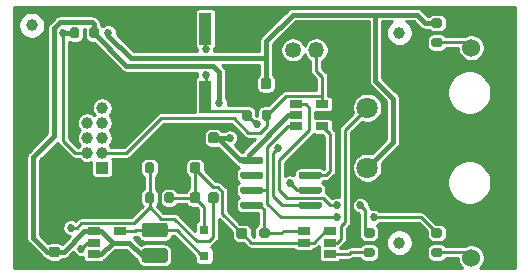
<source format=gbr>
G04 #@! TF.GenerationSoftware,KiCad,Pcbnew,(5.1.10)-1*
G04 #@! TF.CreationDate,2021-12-17T12:19:08+00:00*
G04 #@! TF.ProjectId,Updifier,55706469-6669-4657-922e-6b696361645f,rev?*
G04 #@! TF.SameCoordinates,Original*
G04 #@! TF.FileFunction,Copper,L1,Top*
G04 #@! TF.FilePolarity,Positive*
%FSLAX46Y46*%
G04 Gerber Fmt 4.6, Leading zero omitted, Abs format (unit mm)*
G04 Created by KiCad (PCBNEW (5.1.10)-1) date 2021-12-17 12:19:08*
%MOMM*%
%LPD*%
G01*
G04 APERTURE LIST*
G04 #@! TA.AperFunction,ComponentPad*
%ADD10C,1.800000*%
G04 #@! TD*
G04 #@! TA.AperFunction,ComponentPad*
%ADD11O,1.350000X1.350000*%
G04 #@! TD*
G04 #@! TA.AperFunction,ComponentPad*
%ADD12C,1.350000*%
G04 #@! TD*
G04 #@! TA.AperFunction,ComponentPad*
%ADD13R,1.090000X1.000000*%
G04 #@! TD*
G04 #@! TA.AperFunction,ComponentPad*
%ADD14C,1.000000*%
G04 #@! TD*
G04 #@! TA.AperFunction,SMDPad,CuDef*
%ADD15R,1.000000X2.750000*%
G04 #@! TD*
G04 #@! TA.AperFunction,SMDPad,CuDef*
%ADD16R,1.060000X0.650000*%
G04 #@! TD*
G04 #@! TA.AperFunction,SMDPad,CuDef*
%ADD17C,1.000000*%
G04 #@! TD*
G04 #@! TA.AperFunction,ComponentPad*
%ADD18C,1.524000*%
G04 #@! TD*
G04 #@! TA.AperFunction,SMDPad,CuDef*
%ADD19R,0.800000X0.800000*%
G04 #@! TD*
G04 #@! TA.AperFunction,ViaPad*
%ADD20C,0.685800*%
G04 #@! TD*
G04 #@! TA.AperFunction,Conductor*
%ADD21C,0.406400*%
G04 #@! TD*
G04 #@! TA.AperFunction,Conductor*
%ADD22C,0.250000*%
G04 #@! TD*
G04 #@! TA.AperFunction,Conductor*
%ADD23C,0.254000*%
G04 #@! TD*
G04 #@! TA.AperFunction,Conductor*
%ADD24C,0.100000*%
G04 #@! TD*
G04 APERTURE END LIST*
D10*
X176350000Y-62230000D03*
X176350000Y-59690000D03*
X176350000Y-57150000D03*
D11*
X172050000Y-52260000D03*
D12*
X170050000Y-52260000D03*
D13*
X153924000Y-62230000D03*
D14*
X152654000Y-62230000D03*
X153924000Y-60960000D03*
X152654000Y-60960000D03*
X153924000Y-59690000D03*
X152654000Y-59690000D03*
X153924000Y-58420000D03*
X152654000Y-58420000D03*
X153924000Y-57150000D03*
X152654000Y-57150000D03*
G04 #@! TA.AperFunction,SMDPad,CuDef*
G36*
G01*
X170537000Y-61745000D02*
X170537000Y-61445000D01*
G75*
G02*
X170687000Y-61295000I150000J0D01*
G01*
X172337000Y-61295000D01*
G75*
G02*
X172487000Y-61445000I0J-150000D01*
G01*
X172487000Y-61745000D01*
G75*
G02*
X172337000Y-61895000I-150000J0D01*
G01*
X170687000Y-61895000D01*
G75*
G02*
X170537000Y-61745000I0J150000D01*
G01*
G37*
G04 #@! TD.AperFunction*
G04 #@! TA.AperFunction,SMDPad,CuDef*
G36*
G01*
X170537000Y-63015000D02*
X170537000Y-62715000D01*
G75*
G02*
X170687000Y-62565000I150000J0D01*
G01*
X172337000Y-62565000D01*
G75*
G02*
X172487000Y-62715000I0J-150000D01*
G01*
X172487000Y-63015000D01*
G75*
G02*
X172337000Y-63165000I-150000J0D01*
G01*
X170687000Y-63165000D01*
G75*
G02*
X170537000Y-63015000I0J150000D01*
G01*
G37*
G04 #@! TD.AperFunction*
G04 #@! TA.AperFunction,SMDPad,CuDef*
G36*
G01*
X170537000Y-64285000D02*
X170537000Y-63985000D01*
G75*
G02*
X170687000Y-63835000I150000J0D01*
G01*
X172337000Y-63835000D01*
G75*
G02*
X172487000Y-63985000I0J-150000D01*
G01*
X172487000Y-64285000D01*
G75*
G02*
X172337000Y-64435000I-150000J0D01*
G01*
X170687000Y-64435000D01*
G75*
G02*
X170537000Y-64285000I0J150000D01*
G01*
G37*
G04 #@! TD.AperFunction*
G04 #@! TA.AperFunction,SMDPad,CuDef*
G36*
G01*
X170537000Y-65555000D02*
X170537000Y-65255000D01*
G75*
G02*
X170687000Y-65105000I150000J0D01*
G01*
X172337000Y-65105000D01*
G75*
G02*
X172487000Y-65255000I0J-150000D01*
G01*
X172487000Y-65555000D01*
G75*
G02*
X172337000Y-65705000I-150000J0D01*
G01*
X170687000Y-65705000D01*
G75*
G02*
X170537000Y-65555000I0J150000D01*
G01*
G37*
G04 #@! TD.AperFunction*
G04 #@! TA.AperFunction,SMDPad,CuDef*
G36*
G01*
X165587000Y-65555000D02*
X165587000Y-65255000D01*
G75*
G02*
X165737000Y-65105000I150000J0D01*
G01*
X167387000Y-65105000D01*
G75*
G02*
X167537000Y-65255000I0J-150000D01*
G01*
X167537000Y-65555000D01*
G75*
G02*
X167387000Y-65705000I-150000J0D01*
G01*
X165737000Y-65705000D01*
G75*
G02*
X165587000Y-65555000I0J150000D01*
G01*
G37*
G04 #@! TD.AperFunction*
G04 #@! TA.AperFunction,SMDPad,CuDef*
G36*
G01*
X165587000Y-64285000D02*
X165587000Y-63985000D01*
G75*
G02*
X165737000Y-63835000I150000J0D01*
G01*
X167387000Y-63835000D01*
G75*
G02*
X167537000Y-63985000I0J-150000D01*
G01*
X167537000Y-64285000D01*
G75*
G02*
X167387000Y-64435000I-150000J0D01*
G01*
X165737000Y-64435000D01*
G75*
G02*
X165587000Y-64285000I0J150000D01*
G01*
G37*
G04 #@! TD.AperFunction*
G04 #@! TA.AperFunction,SMDPad,CuDef*
G36*
G01*
X165587000Y-63015000D02*
X165587000Y-62715000D01*
G75*
G02*
X165737000Y-62565000I150000J0D01*
G01*
X167387000Y-62565000D01*
G75*
G02*
X167537000Y-62715000I0J-150000D01*
G01*
X167537000Y-63015000D01*
G75*
G02*
X167387000Y-63165000I-150000J0D01*
G01*
X165737000Y-63165000D01*
G75*
G02*
X165587000Y-63015000I0J150000D01*
G01*
G37*
G04 #@! TD.AperFunction*
G04 #@! TA.AperFunction,SMDPad,CuDef*
G36*
G01*
X165587000Y-61745000D02*
X165587000Y-61445000D01*
G75*
G02*
X165737000Y-61295000I150000J0D01*
G01*
X167387000Y-61295000D01*
G75*
G02*
X167537000Y-61445000I0J-150000D01*
G01*
X167537000Y-61745000D01*
G75*
G02*
X167387000Y-61895000I-150000J0D01*
G01*
X165737000Y-61895000D01*
G75*
G02*
X165587000Y-61745000I0J150000D01*
G01*
G37*
G04 #@! TD.AperFunction*
D15*
X162655000Y-56215000D03*
X162655000Y-50465000D03*
X158655000Y-50465000D03*
X158655000Y-56215000D03*
D16*
X170350000Y-57785000D03*
X170350000Y-58735000D03*
X170350000Y-56835000D03*
X172550000Y-56835000D03*
X172550000Y-57785000D03*
X172550000Y-58735000D03*
X173185000Y-68580000D03*
X173185000Y-67630000D03*
X173185000Y-69530000D03*
X170985000Y-69530000D03*
X170985000Y-68580000D03*
X170985000Y-67630000D03*
X155405000Y-67630000D03*
X155405000Y-69530000D03*
X153205000Y-69530000D03*
X153205000Y-68580000D03*
X153205000Y-67630000D03*
G04 #@! TA.AperFunction,SMDPad,CuDef*
G36*
G01*
X182520000Y-68155000D02*
X181970000Y-68155000D01*
G75*
G02*
X181770000Y-67955000I0J200000D01*
G01*
X181770000Y-67555000D01*
G75*
G02*
X181970000Y-67355000I200000J0D01*
G01*
X182520000Y-67355000D01*
G75*
G02*
X182720000Y-67555000I0J-200000D01*
G01*
X182720000Y-67955000D01*
G75*
G02*
X182520000Y-68155000I-200000J0D01*
G01*
G37*
G04 #@! TD.AperFunction*
G04 #@! TA.AperFunction,SMDPad,CuDef*
G36*
G01*
X182520000Y-69805000D02*
X181970000Y-69805000D01*
G75*
G02*
X181770000Y-69605000I0J200000D01*
G01*
X181770000Y-69205000D01*
G75*
G02*
X181970000Y-69005000I200000J0D01*
G01*
X182520000Y-69005000D01*
G75*
G02*
X182720000Y-69205000I0J-200000D01*
G01*
X182720000Y-69605000D01*
G75*
G02*
X182520000Y-69805000I-200000J0D01*
G01*
G37*
G04 #@! TD.AperFunction*
G04 #@! TA.AperFunction,SMDPad,CuDef*
G36*
G01*
X176805000Y-68155000D02*
X176255000Y-68155000D01*
G75*
G02*
X176055000Y-67955000I0J200000D01*
G01*
X176055000Y-67555000D01*
G75*
G02*
X176255000Y-67355000I200000J0D01*
G01*
X176805000Y-67355000D01*
G75*
G02*
X177005000Y-67555000I0J-200000D01*
G01*
X177005000Y-67955000D01*
G75*
G02*
X176805000Y-68155000I-200000J0D01*
G01*
G37*
G04 #@! TD.AperFunction*
G04 #@! TA.AperFunction,SMDPad,CuDef*
G36*
G01*
X176805000Y-69805000D02*
X176255000Y-69805000D01*
G75*
G02*
X176055000Y-69605000I0J200000D01*
G01*
X176055000Y-69205000D01*
G75*
G02*
X176255000Y-69005000I200000J0D01*
G01*
X176805000Y-69005000D01*
G75*
G02*
X177005000Y-69205000I0J-200000D01*
G01*
X177005000Y-69605000D01*
G75*
G02*
X176805000Y-69805000I-200000J0D01*
G01*
G37*
G04 #@! TD.AperFunction*
G04 #@! TA.AperFunction,SMDPad,CuDef*
G36*
G01*
X167365000Y-69005000D02*
X167915000Y-69005000D01*
G75*
G02*
X168115000Y-69205000I0J-200000D01*
G01*
X168115000Y-69605000D01*
G75*
G02*
X167915000Y-69805000I-200000J0D01*
G01*
X167365000Y-69805000D01*
G75*
G02*
X167165000Y-69605000I0J200000D01*
G01*
X167165000Y-69205000D01*
G75*
G02*
X167365000Y-69005000I200000J0D01*
G01*
G37*
G04 #@! TD.AperFunction*
G04 #@! TA.AperFunction,SMDPad,CuDef*
G36*
G01*
X167365000Y-67355000D02*
X167915000Y-67355000D01*
G75*
G02*
X168115000Y-67555000I0J-200000D01*
G01*
X168115000Y-67955000D01*
G75*
G02*
X167915000Y-68155000I-200000J0D01*
G01*
X167365000Y-68155000D01*
G75*
G02*
X167165000Y-67955000I0J200000D01*
G01*
X167165000Y-67555000D01*
G75*
G02*
X167365000Y-67355000I200000J0D01*
G01*
G37*
G04 #@! TD.AperFunction*
G04 #@! TA.AperFunction,SMDPad,CuDef*
G36*
G01*
X181970000Y-51225000D02*
X182520000Y-51225000D01*
G75*
G02*
X182720000Y-51425000I0J-200000D01*
G01*
X182720000Y-51825000D01*
G75*
G02*
X182520000Y-52025000I-200000J0D01*
G01*
X181970000Y-52025000D01*
G75*
G02*
X181770000Y-51825000I0J200000D01*
G01*
X181770000Y-51425000D01*
G75*
G02*
X181970000Y-51225000I200000J0D01*
G01*
G37*
G04 #@! TD.AperFunction*
G04 #@! TA.AperFunction,SMDPad,CuDef*
G36*
G01*
X181970000Y-49575000D02*
X182520000Y-49575000D01*
G75*
G02*
X182720000Y-49775000I0J-200000D01*
G01*
X182720000Y-50175000D01*
G75*
G02*
X182520000Y-50375000I-200000J0D01*
G01*
X181970000Y-50375000D01*
G75*
G02*
X181770000Y-50175000I0J200000D01*
G01*
X181770000Y-49775000D01*
G75*
G02*
X181970000Y-49575000I200000J0D01*
G01*
G37*
G04 #@! TD.AperFunction*
G04 #@! TA.AperFunction,SMDPad,CuDef*
G36*
G01*
X159175000Y-62505000D02*
X159175000Y-61955000D01*
G75*
G02*
X159375000Y-61755000I200000J0D01*
G01*
X159775000Y-61755000D01*
G75*
G02*
X159975000Y-61955000I0J-200000D01*
G01*
X159975000Y-62505000D01*
G75*
G02*
X159775000Y-62705000I-200000J0D01*
G01*
X159375000Y-62705000D01*
G75*
G02*
X159175000Y-62505000I0J200000D01*
G01*
G37*
G04 #@! TD.AperFunction*
G04 #@! TA.AperFunction,SMDPad,CuDef*
G36*
G01*
X157525000Y-62505000D02*
X157525000Y-61955000D01*
G75*
G02*
X157725000Y-61755000I200000J0D01*
G01*
X158125000Y-61755000D01*
G75*
G02*
X158325000Y-61955000I0J-200000D01*
G01*
X158325000Y-62505000D01*
G75*
G02*
X158125000Y-62705000I-200000J0D01*
G01*
X157725000Y-62705000D01*
G75*
G02*
X157525000Y-62505000I0J200000D01*
G01*
G37*
G04 #@! TD.AperFunction*
G04 #@! TA.AperFunction,SMDPad,CuDef*
G36*
G01*
X158325000Y-64495000D02*
X158325000Y-65045000D01*
G75*
G02*
X158125000Y-65245000I-200000J0D01*
G01*
X157725000Y-65245000D01*
G75*
G02*
X157525000Y-65045000I0J200000D01*
G01*
X157525000Y-64495000D01*
G75*
G02*
X157725000Y-64295000I200000J0D01*
G01*
X158125000Y-64295000D01*
G75*
G02*
X158325000Y-64495000I0J-200000D01*
G01*
G37*
G04 #@! TD.AperFunction*
G04 #@! TA.AperFunction,SMDPad,CuDef*
G36*
G01*
X159975000Y-64495000D02*
X159975000Y-65045000D01*
G75*
G02*
X159775000Y-65245000I-200000J0D01*
G01*
X159375000Y-65245000D01*
G75*
G02*
X159175000Y-65045000I0J200000D01*
G01*
X159175000Y-64495000D01*
G75*
G02*
X159375000Y-64295000I200000J0D01*
G01*
X159775000Y-64295000D01*
G75*
G02*
X159975000Y-64495000I0J-200000D01*
G01*
G37*
G04 #@! TD.AperFunction*
G04 #@! TA.AperFunction,SMDPad,CuDef*
G36*
G01*
X167430000Y-58060000D02*
X167430000Y-57510000D01*
G75*
G02*
X167630000Y-57310000I200000J0D01*
G01*
X168030000Y-57310000D01*
G75*
G02*
X168230000Y-57510000I0J-200000D01*
G01*
X168230000Y-58060000D01*
G75*
G02*
X168030000Y-58260000I-200000J0D01*
G01*
X167630000Y-58260000D01*
G75*
G02*
X167430000Y-58060000I0J200000D01*
G01*
G37*
G04 #@! TD.AperFunction*
G04 #@! TA.AperFunction,SMDPad,CuDef*
G36*
G01*
X165780000Y-58060000D02*
X165780000Y-57510000D01*
G75*
G02*
X165980000Y-57310000I200000J0D01*
G01*
X166380000Y-57310000D01*
G75*
G02*
X166580000Y-57510000I0J-200000D01*
G01*
X166580000Y-58060000D01*
G75*
G02*
X166380000Y-58260000I-200000J0D01*
G01*
X165980000Y-58260000D01*
G75*
G02*
X165780000Y-58060000I0J200000D01*
G01*
G37*
G04 #@! TD.AperFunction*
G04 #@! TA.AperFunction,SMDPad,CuDef*
G36*
G01*
X159219000Y-68130000D02*
X157519000Y-68130000D01*
G75*
G02*
X157269000Y-67880000I0J250000D01*
G01*
X157269000Y-67130000D01*
G75*
G02*
X157519000Y-66880000I250000J0D01*
G01*
X159219000Y-66880000D01*
G75*
G02*
X159469000Y-67130000I0J-250000D01*
G01*
X159469000Y-67880000D01*
G75*
G02*
X159219000Y-68130000I-250000J0D01*
G01*
G37*
G04 #@! TD.AperFunction*
G04 #@! TA.AperFunction,SMDPad,CuDef*
G36*
G01*
X159219000Y-70280000D02*
X157519000Y-70280000D01*
G75*
G02*
X157269000Y-70030000I0J250000D01*
G01*
X157269000Y-69280000D01*
G75*
G02*
X157519000Y-69030000I250000J0D01*
G01*
X159219000Y-69030000D01*
G75*
G02*
X159469000Y-69280000I0J-250000D01*
G01*
X159469000Y-70030000D01*
G75*
G02*
X159219000Y-70280000I-250000J0D01*
G01*
G37*
G04 #@! TD.AperFunction*
D17*
X179070000Y-50800000D03*
X179070000Y-68580000D03*
X147955000Y-50165000D03*
G04 #@! TA.AperFunction,SMDPad,CuDef*
G36*
G01*
X151975000Y-50525000D02*
X151975000Y-51075000D01*
G75*
G02*
X151775000Y-51275000I-200000J0D01*
G01*
X151375000Y-51275000D01*
G75*
G02*
X151175000Y-51075000I0J200000D01*
G01*
X151175000Y-50525000D01*
G75*
G02*
X151375000Y-50325000I200000J0D01*
G01*
X151775000Y-50325000D01*
G75*
G02*
X151975000Y-50525000I0J-200000D01*
G01*
G37*
G04 #@! TD.AperFunction*
G04 #@! TA.AperFunction,SMDPad,CuDef*
G36*
G01*
X153625000Y-50525000D02*
X153625000Y-51075000D01*
G75*
G02*
X153425000Y-51275000I-200000J0D01*
G01*
X153025000Y-51275000D01*
G75*
G02*
X152825000Y-51075000I0J200000D01*
G01*
X152825000Y-50525000D01*
G75*
G02*
X153025000Y-50325000I200000J0D01*
G01*
X153425000Y-50325000D01*
G75*
G02*
X153625000Y-50525000I0J-200000D01*
G01*
G37*
G04 #@! TD.AperFunction*
D18*
X185150000Y-69850000D03*
X185150000Y-67310000D03*
X185150000Y-52070000D03*
X185150000Y-49530000D03*
D19*
X162560000Y-69680000D03*
X162560000Y-67480000D03*
G04 #@! TA.AperFunction,SMDPad,CuDef*
G36*
G01*
X165485000Y-68892000D02*
X165985000Y-68892000D01*
G75*
G02*
X166210000Y-69117000I0J-225000D01*
G01*
X166210000Y-69567000D01*
G75*
G02*
X165985000Y-69792000I-225000J0D01*
G01*
X165485000Y-69792000D01*
G75*
G02*
X165260000Y-69567000I0J225000D01*
G01*
X165260000Y-69117000D01*
G75*
G02*
X165485000Y-68892000I225000J0D01*
G01*
G37*
G04 #@! TD.AperFunction*
G04 #@! TA.AperFunction,SMDPad,CuDef*
G36*
G01*
X165485000Y-67342000D02*
X165985000Y-67342000D01*
G75*
G02*
X166210000Y-67567000I0J-225000D01*
G01*
X166210000Y-68017000D01*
G75*
G02*
X165985000Y-68242000I-225000J0D01*
G01*
X165485000Y-68242000D01*
G75*
G02*
X165260000Y-68017000I0J225000D01*
G01*
X165260000Y-67567000D01*
G75*
G02*
X165485000Y-67342000I225000J0D01*
G01*
G37*
G04 #@! TD.AperFunction*
G04 #@! TA.AperFunction,SMDPad,CuDef*
G36*
G01*
X162885000Y-62480000D02*
X162885000Y-61980000D01*
G75*
G02*
X163110000Y-61755000I225000J0D01*
G01*
X163560000Y-61755000D01*
G75*
G02*
X163785000Y-61980000I0J-225000D01*
G01*
X163785000Y-62480000D01*
G75*
G02*
X163560000Y-62705000I-225000J0D01*
G01*
X163110000Y-62705000D01*
G75*
G02*
X162885000Y-62480000I0J225000D01*
G01*
G37*
G04 #@! TD.AperFunction*
G04 #@! TA.AperFunction,SMDPad,CuDef*
G36*
G01*
X161335000Y-62480000D02*
X161335000Y-61980000D01*
G75*
G02*
X161560000Y-61755000I225000J0D01*
G01*
X162010000Y-61755000D01*
G75*
G02*
X162235000Y-61980000I0J-225000D01*
G01*
X162235000Y-62480000D01*
G75*
G02*
X162010000Y-62705000I-225000J0D01*
G01*
X161560000Y-62705000D01*
G75*
G02*
X161335000Y-62480000I0J225000D01*
G01*
G37*
G04 #@! TD.AperFunction*
G04 #@! TA.AperFunction,SMDPad,CuDef*
G36*
G01*
X162885000Y-65020000D02*
X162885000Y-64520000D01*
G75*
G02*
X163110000Y-64295000I225000J0D01*
G01*
X163560000Y-64295000D01*
G75*
G02*
X163785000Y-64520000I0J-225000D01*
G01*
X163785000Y-65020000D01*
G75*
G02*
X163560000Y-65245000I-225000J0D01*
G01*
X163110000Y-65245000D01*
G75*
G02*
X162885000Y-65020000I0J225000D01*
G01*
G37*
G04 #@! TD.AperFunction*
G04 #@! TA.AperFunction,SMDPad,CuDef*
G36*
G01*
X161335000Y-65020000D02*
X161335000Y-64520000D01*
G75*
G02*
X161560000Y-64295000I225000J0D01*
G01*
X162010000Y-64295000D01*
G75*
G02*
X162235000Y-64520000I0J-225000D01*
G01*
X162235000Y-65020000D01*
G75*
G02*
X162010000Y-65245000I-225000J0D01*
G01*
X161560000Y-65245000D01*
G75*
G02*
X161335000Y-65020000I0J225000D01*
G01*
G37*
G04 #@! TD.AperFunction*
G04 #@! TA.AperFunction,SMDPad,CuDef*
G36*
G01*
X166680000Y-54868000D02*
X166680000Y-55368000D01*
G75*
G02*
X166455000Y-55593000I-225000J0D01*
G01*
X166005000Y-55593000D01*
G75*
G02*
X165780000Y-55368000I0J225000D01*
G01*
X165780000Y-54868000D01*
G75*
G02*
X166005000Y-54643000I225000J0D01*
G01*
X166455000Y-54643000D01*
G75*
G02*
X166680000Y-54868000I0J-225000D01*
G01*
G37*
G04 #@! TD.AperFunction*
G04 #@! TA.AperFunction,SMDPad,CuDef*
G36*
G01*
X168230000Y-54868000D02*
X168230000Y-55368000D01*
G75*
G02*
X168005000Y-55593000I-225000J0D01*
G01*
X167555000Y-55593000D01*
G75*
G02*
X167330000Y-55368000I0J225000D01*
G01*
X167330000Y-54868000D01*
G75*
G02*
X167555000Y-54643000I225000J0D01*
G01*
X168005000Y-54643000D01*
G75*
G02*
X168230000Y-54868000I0J-225000D01*
G01*
G37*
G04 #@! TD.AperFunction*
G04 #@! TA.AperFunction,SMDPad,CuDef*
G36*
G01*
X150110000Y-68255000D02*
X149610000Y-68255000D01*
G75*
G02*
X149385000Y-68030000I0J225000D01*
G01*
X149385000Y-67580000D01*
G75*
G02*
X149610000Y-67355000I225000J0D01*
G01*
X150110000Y-67355000D01*
G75*
G02*
X150335000Y-67580000I0J-225000D01*
G01*
X150335000Y-68030000D01*
G75*
G02*
X150110000Y-68255000I-225000J0D01*
G01*
G37*
G04 #@! TD.AperFunction*
G04 #@! TA.AperFunction,SMDPad,CuDef*
G36*
G01*
X150110000Y-69805000D02*
X149610000Y-69805000D01*
G75*
G02*
X149385000Y-69580000I0J225000D01*
G01*
X149385000Y-69130000D01*
G75*
G02*
X149610000Y-68905000I225000J0D01*
G01*
X150110000Y-68905000D01*
G75*
G02*
X150335000Y-69130000I0J-225000D01*
G01*
X150335000Y-69580000D01*
G75*
G02*
X150110000Y-69805000I-225000J0D01*
G01*
G37*
G04 #@! TD.AperFunction*
G04 #@! TA.AperFunction,SMDPad,CuDef*
G36*
G01*
X162235000Y-59440000D02*
X162235000Y-59940000D01*
G75*
G02*
X162010000Y-60165000I-225000J0D01*
G01*
X161560000Y-60165000D01*
G75*
G02*
X161335000Y-59940000I0J225000D01*
G01*
X161335000Y-59440000D01*
G75*
G02*
X161560000Y-59215000I225000J0D01*
G01*
X162010000Y-59215000D01*
G75*
G02*
X162235000Y-59440000I0J-225000D01*
G01*
G37*
G04 #@! TD.AperFunction*
G04 #@! TA.AperFunction,SMDPad,CuDef*
G36*
G01*
X163785000Y-59440000D02*
X163785000Y-59940000D01*
G75*
G02*
X163560000Y-60165000I-225000J0D01*
G01*
X163110000Y-60165000D01*
G75*
G02*
X162885000Y-59940000I0J225000D01*
G01*
X162885000Y-59440000D01*
G75*
G02*
X163110000Y-59215000I225000J0D01*
G01*
X163560000Y-59215000D01*
G75*
G02*
X163785000Y-59440000I0J-225000D01*
G01*
G37*
G04 #@! TD.AperFunction*
D20*
X156210000Y-69977000D03*
X148970994Y-67818000D03*
X160782000Y-50419000D03*
X159893000Y-55626000D03*
X173863000Y-57785000D03*
X171577000Y-60833000D03*
X161785000Y-60338000D03*
X163322000Y-61214000D03*
X164719000Y-69342000D03*
X147320000Y-69850000D03*
X147320000Y-59690000D03*
X156210000Y-49530000D03*
X187960000Y-59690000D03*
X187960000Y-50800000D03*
X187960000Y-68580000D03*
X152400000Y-54610000D03*
X154686000Y-69977000D03*
X159800000Y-61260000D03*
X166050000Y-51498992D03*
X166050000Y-54101994D03*
X169799998Y-63510000D03*
X152141784Y-69087068D03*
X151257000Y-67310000D03*
X175768000Y-65405000D03*
X173826890Y-65405000D03*
X163830000Y-56732900D03*
X164699996Y-59710000D03*
X154432000Y-50800000D03*
X150622000Y-50800000D03*
X168783000Y-60579000D03*
X167005000Y-58546984D03*
X162687000Y-54356000D03*
X162687000Y-52197000D03*
X176911000Y-66421000D03*
X173826890Y-66421000D03*
D21*
X149860000Y-67805000D02*
X149860000Y-65024000D01*
X167765000Y-69530000D02*
X167640000Y-69405000D01*
X170985000Y-69530000D02*
X167765000Y-69530000D01*
X165798000Y-69405000D02*
X165735000Y-69342000D01*
X167640000Y-69405000D02*
X165798000Y-69405000D01*
X155763000Y-69530000D02*
X156210000Y-69977000D01*
X155405000Y-69530000D02*
X155763000Y-69530000D01*
X149860000Y-67805000D02*
X148983994Y-67805000D01*
X148983994Y-67805000D02*
X148970994Y-67818000D01*
X158990000Y-50419000D02*
X158655000Y-50084000D01*
X160782000Y-50419000D02*
X158990000Y-50419000D01*
X158863000Y-55626000D02*
X158655000Y-55834000D01*
X159893000Y-55626000D02*
X158863000Y-55626000D01*
X173863000Y-57785000D02*
X172550000Y-57785000D01*
X171485000Y-60925000D02*
X171577000Y-60833000D01*
X171485000Y-61595000D02*
X171485000Y-60925000D01*
X161785000Y-60680000D02*
X163335000Y-62230000D01*
X161785000Y-59690000D02*
X161785000Y-60680000D01*
X160147000Y-62230000D02*
X161785000Y-60592000D01*
X159575000Y-62230000D02*
X160147000Y-62230000D01*
X161785000Y-60592000D02*
X161785000Y-60338000D01*
X161785000Y-60338000D02*
X161785000Y-59690000D01*
X163335000Y-61227000D02*
X163322000Y-61214000D01*
X163335000Y-62230000D02*
X163335000Y-61227000D01*
X164719000Y-69342000D02*
X165735000Y-69342000D01*
D22*
X147320000Y-69850000D02*
X147320000Y-59690000D01*
D21*
X149860000Y-65024000D02*
X151257000Y-63627000D01*
X151257000Y-63627000D02*
X152654000Y-62230000D01*
D22*
X152654000Y-54864000D02*
X152400000Y-54610000D01*
X152654000Y-57150000D02*
X152654000Y-54864000D01*
X186420000Y-50800000D02*
X185150000Y-49530000D01*
X187960000Y-50800000D02*
X186420000Y-50800000D01*
X188050000Y-68490000D02*
X187960000Y-68580000D01*
D21*
X159575000Y-61485000D02*
X159800000Y-61260000D01*
X159575000Y-62230000D02*
X159575000Y-61485000D01*
X166050008Y-51499000D02*
X166050000Y-51498992D01*
D22*
X166230000Y-55260000D02*
X166230000Y-54281994D01*
X166230000Y-54281994D02*
X166050000Y-54101994D01*
X186420000Y-68580000D02*
X185150000Y-67310000D01*
X187960000Y-68580000D02*
X186420000Y-68580000D01*
X161785000Y-64770000D02*
X159575000Y-64770000D01*
X161785000Y-64770000D02*
X161785000Y-62230000D01*
X173185000Y-67630000D02*
X172781000Y-67630000D01*
X171831000Y-68580000D02*
X170985000Y-68580000D01*
X172781000Y-67630000D02*
X171831000Y-68580000D01*
X166523000Y-68580000D02*
X165735000Y-67792000D01*
X170985000Y-68580000D02*
X166523000Y-68580000D01*
X162560000Y-65545000D02*
X162560000Y-67480000D01*
X161785000Y-64770000D02*
X162560000Y-65545000D01*
X164084000Y-66141000D02*
X165735000Y-67792000D01*
X161785000Y-62344000D02*
X163322000Y-63881000D01*
X161785000Y-62230000D02*
X161785000Y-62344000D01*
X163322000Y-63881000D02*
X163703000Y-63881000D01*
X163703000Y-63881000D02*
X164084000Y-64262000D01*
X164084000Y-64262000D02*
X164084000Y-66141000D01*
X158369000Y-67505000D02*
X156777000Y-67505000D01*
X156652000Y-67630000D02*
X155405000Y-67630000D01*
X156777000Y-67505000D02*
X156652000Y-67630000D01*
X160215000Y-67505000D02*
X158369000Y-67505000D01*
X162390000Y-69680000D02*
X160215000Y-67505000D01*
X162560000Y-69680000D02*
X162390000Y-69680000D01*
X171485000Y-64135000D02*
X170424998Y-64135000D01*
X170424998Y-64135000D02*
X169799998Y-63510000D01*
X184705000Y-51625000D02*
X185150000Y-52070000D01*
X182245000Y-51625000D02*
X184705000Y-51625000D01*
X184705000Y-69405000D02*
X185150000Y-69850000D01*
X182245000Y-69405000D02*
X184705000Y-69405000D01*
X157925000Y-63690000D02*
X157925000Y-62230000D01*
X157925000Y-64770000D02*
X157925000Y-63690000D01*
X152648852Y-68580000D02*
X152141784Y-69087068D01*
X153205000Y-68580000D02*
X152648852Y-68580000D01*
X163335000Y-68059000D02*
X163335000Y-64770000D01*
X162941000Y-68453000D02*
X163335000Y-68059000D01*
X160020000Y-66548000D02*
X161925000Y-68453000D01*
X161925000Y-68453000D02*
X162941000Y-68453000D01*
X158877000Y-66548000D02*
X160020000Y-66548000D01*
X157925000Y-65596000D02*
X158877000Y-66548000D01*
X157925000Y-64770000D02*
X157925000Y-65596000D01*
X157925000Y-65595000D02*
X157925000Y-64770000D01*
X152146000Y-66929000D02*
X156591000Y-66929000D01*
X151765000Y-67310000D02*
X152146000Y-66929000D01*
X156591000Y-66929000D02*
X157925000Y-65595000D01*
X151257000Y-67310000D02*
X151765000Y-67310000D01*
X176149000Y-65786000D02*
X175768000Y-65405000D01*
X176149000Y-67374000D02*
X176149000Y-65786000D01*
X176530000Y-67755000D02*
X176149000Y-67374000D01*
X172593000Y-64770000D02*
X173228000Y-65405000D01*
X173228000Y-65405000D02*
X173826890Y-65405000D01*
X169545000Y-64770000D02*
X172593000Y-64770000D01*
X168910000Y-64135000D02*
X169545000Y-64770000D01*
X171130000Y-56835000D02*
X171450000Y-57155000D01*
X170350000Y-56835000D02*
X171130000Y-56835000D01*
X171450000Y-59055000D02*
X168910000Y-61595000D01*
X171450000Y-57155000D02*
X171450000Y-59055000D01*
X168910000Y-61595000D02*
X168910000Y-64135000D01*
X173185000Y-69530000D02*
X174818000Y-69530000D01*
X174943000Y-69405000D02*
X176530000Y-69405000D01*
X174818000Y-69530000D02*
X174943000Y-69405000D01*
D21*
X157269000Y-69655000D02*
X156194000Y-68580000D01*
X158369000Y-69655000D02*
X157269000Y-69655000D01*
X153841522Y-69530000D02*
X153205000Y-69530000D01*
X154791522Y-68580000D02*
X153841522Y-69530000D01*
X156194000Y-68580000D02*
X154791522Y-68580000D01*
X153841522Y-67630000D02*
X153205000Y-67630000D01*
X154791522Y-68580000D02*
X153841522Y-67630000D01*
X150672500Y-69355000D02*
X149860000Y-69355000D01*
X152397500Y-67630000D02*
X150672500Y-69355000D01*
X153205000Y-67630000D02*
X152397500Y-67630000D01*
X169672000Y-57785000D02*
X170350000Y-57785000D01*
X166335000Y-61122000D02*
X169672000Y-57785000D01*
X166335000Y-61595000D02*
X166335000Y-61122000D01*
X165608000Y-61595000D02*
X166335000Y-61595000D01*
X163703000Y-59690000D02*
X165608000Y-61595000D01*
X163335000Y-59690000D02*
X163703000Y-59690000D01*
X163322000Y-53594000D02*
X163830000Y-54102000D01*
X155956000Y-53594000D02*
X163322000Y-53594000D01*
X153225000Y-50800000D02*
X153225000Y-50863000D01*
X153225000Y-50863000D02*
X155956000Y-53594000D01*
X163830000Y-54102000D02*
X163830000Y-56732900D01*
X163335000Y-59690000D02*
X164679996Y-59690000D01*
X164679996Y-59690000D02*
X164699996Y-59710000D01*
X149238000Y-69355000D02*
X149860000Y-69355000D01*
X148082000Y-68199000D02*
X149238000Y-69355000D01*
X149860000Y-59563000D02*
X148082000Y-61341000D01*
X148082000Y-61341000D02*
X148082000Y-68199000D01*
X149860000Y-50419000D02*
X149860000Y-59563000D01*
X150368000Y-49911000D02*
X149860000Y-50419000D01*
X153035000Y-49911000D02*
X150368000Y-49911000D01*
X153225000Y-50101000D02*
X153035000Y-49911000D01*
X153225000Y-50800000D02*
X153225000Y-50101000D01*
X151575000Y-50800000D02*
X150622000Y-50800000D01*
X181265000Y-49975000D02*
X182245000Y-49975000D01*
X180550000Y-49260000D02*
X181265000Y-49975000D01*
X177050000Y-49260000D02*
X180550000Y-49260000D01*
X170050000Y-49260000D02*
X177050000Y-49260000D01*
X167780000Y-51530000D02*
X170050000Y-49260000D01*
X167749000Y-52959000D02*
X167780000Y-52990000D01*
X156337000Y-52959000D02*
X167749000Y-52959000D01*
X154432000Y-51054000D02*
X156337000Y-52959000D01*
X154432000Y-50800000D02*
X154432000Y-51054000D01*
X167780000Y-52990000D02*
X167780000Y-51530000D01*
X167780000Y-55260000D02*
X167780000Y-52990000D01*
X177050000Y-54876000D02*
X177050000Y-49260000D01*
X178550000Y-56376000D02*
X177050000Y-54876000D01*
X178550000Y-60030000D02*
X178550000Y-56376000D01*
X176350000Y-62230000D02*
X178550000Y-60030000D01*
D22*
X150622000Y-50800000D02*
X150622000Y-59944000D01*
X151638000Y-60960000D02*
X152654000Y-60960000D01*
X150622000Y-59944000D02*
X151638000Y-60960000D01*
X169481000Y-56134000D02*
X167830000Y-57785000D01*
X172550000Y-56134000D02*
X169481000Y-56134000D01*
X172550000Y-56835000D02*
X172550000Y-56134000D01*
X172550000Y-56134000D02*
X172550000Y-54510000D01*
X172050000Y-54010000D02*
X172050000Y-52260000D01*
X172550000Y-54510000D02*
X172050000Y-54010000D01*
X166300000Y-59260000D02*
X165050000Y-58010000D01*
X155956000Y-60960000D02*
X153924000Y-60960000D01*
X167308000Y-59260000D02*
X166300000Y-59260000D01*
X158906000Y-58010000D02*
X155956000Y-60960000D01*
X167830000Y-58738000D02*
X167308000Y-59260000D01*
X165050000Y-58010000D02*
X158906000Y-58010000D01*
X167830000Y-57785000D02*
X167830000Y-58738000D01*
X174498000Y-59002000D02*
X176350000Y-57150000D01*
X174117000Y-67183000D02*
X174498000Y-66802000D01*
X174498000Y-66802000D02*
X174498000Y-59002000D01*
X174117000Y-68234881D02*
X174117000Y-67183000D01*
X173771881Y-68580000D02*
X174117000Y-68234881D01*
X173185000Y-68580000D02*
X173771881Y-68580000D01*
X166180000Y-57785000D02*
X166941984Y-58546984D01*
X166941984Y-58546984D02*
X167005000Y-58546984D01*
X162655000Y-55834000D02*
X162687000Y-55802000D01*
X162687000Y-55802000D02*
X162687000Y-54356000D01*
X162655000Y-50084000D02*
X162655000Y-52165000D01*
X162655000Y-52165000D02*
X162687000Y-52197000D01*
X168402000Y-60960000D02*
X168783000Y-60579000D01*
X168402000Y-64643000D02*
X168402000Y-60960000D01*
X171485000Y-65405000D02*
X169164000Y-65405000D01*
X169164000Y-65405000D02*
X168402000Y-64643000D01*
X162655000Y-56215000D02*
X162655000Y-57118000D01*
X162941000Y-57404000D02*
X165799000Y-57404000D01*
X162655000Y-57118000D02*
X162941000Y-57404000D01*
X165799000Y-57404000D02*
X166180000Y-57785000D01*
X170985000Y-67630000D02*
X169225000Y-67630000D01*
X169100000Y-67755000D02*
X167640000Y-67755000D01*
X169225000Y-67630000D02*
X169100000Y-67755000D01*
X167259000Y-65405000D02*
X166335000Y-65405000D01*
X167640000Y-65786000D02*
X167259000Y-65405000D01*
X167640000Y-67755000D02*
X167640000Y-65786000D01*
X180911000Y-66421000D02*
X176911000Y-66421000D01*
X182245000Y-67755000D02*
X180911000Y-66421000D01*
X167894000Y-64135000D02*
X166335000Y-64135000D01*
X167894000Y-60452000D02*
X167894000Y-64135000D01*
X169611000Y-58735000D02*
X167894000Y-60452000D01*
X170350000Y-58735000D02*
X169611000Y-58735000D01*
X169037000Y-66421000D02*
X167894000Y-65278000D01*
X167894000Y-65278000D02*
X167894000Y-64135000D01*
X173826890Y-66421000D02*
X169037000Y-66421000D01*
X173228000Y-59413000D02*
X172550000Y-58735000D01*
X173228000Y-62484000D02*
X173228000Y-59413000D01*
X172847000Y-62865000D02*
X173228000Y-62484000D01*
X171485000Y-62865000D02*
X172847000Y-62865000D01*
D23*
X188824001Y-70714000D02*
X185902446Y-70714000D01*
X186037826Y-70578620D01*
X186162913Y-70391413D01*
X186249075Y-70183401D01*
X186293000Y-69962576D01*
X186293000Y-69737424D01*
X186249075Y-69516599D01*
X186162913Y-69308587D01*
X186037826Y-69121380D01*
X185878620Y-68962174D01*
X185691413Y-68837087D01*
X185483401Y-68750925D01*
X185262576Y-68707000D01*
X185037424Y-68707000D01*
X184816599Y-68750925D01*
X184608587Y-68837087D01*
X184515927Y-68899000D01*
X183014136Y-68899000D01*
X183004616Y-68881190D01*
X182932132Y-68792868D01*
X182843810Y-68720384D01*
X182743044Y-68666523D01*
X182633707Y-68633356D01*
X182520000Y-68622157D01*
X181970000Y-68622157D01*
X181856293Y-68633356D01*
X181746956Y-68666523D01*
X181646190Y-68720384D01*
X181557868Y-68792868D01*
X181485384Y-68881190D01*
X181431523Y-68981956D01*
X181398356Y-69091293D01*
X181387157Y-69205000D01*
X181387157Y-69605000D01*
X181398356Y-69718707D01*
X181431523Y-69828044D01*
X181485384Y-69928810D01*
X181557868Y-70017132D01*
X181646190Y-70089616D01*
X181746956Y-70143477D01*
X181856293Y-70176644D01*
X181970000Y-70187843D01*
X182520000Y-70187843D01*
X182633707Y-70176644D01*
X182743044Y-70143477D01*
X182843810Y-70089616D01*
X182932132Y-70017132D01*
X183004616Y-69928810D01*
X183014136Y-69911000D01*
X184007000Y-69911000D01*
X184007000Y-69962576D01*
X184050925Y-70183401D01*
X184137087Y-70391413D01*
X184262174Y-70578620D01*
X184397554Y-70714000D01*
X146456000Y-70714000D01*
X146456000Y-61341000D01*
X147494975Y-61341000D01*
X147497800Y-61369684D01*
X147497801Y-68170306D01*
X147494975Y-68199000D01*
X147506254Y-68313523D01*
X147539659Y-68423644D01*
X147561589Y-68464671D01*
X147593907Y-68525134D01*
X147616113Y-68552192D01*
X147648620Y-68591803D01*
X147648623Y-68591806D01*
X147666911Y-68614090D01*
X147689194Y-68632377D01*
X148804622Y-69747806D01*
X148822910Y-69770090D01*
X148845194Y-69788378D01*
X148845196Y-69788380D01*
X148865187Y-69804785D01*
X148911866Y-69843094D01*
X149013355Y-69897341D01*
X149112595Y-69927445D01*
X149180190Y-70009810D01*
X149272301Y-70085403D01*
X149377389Y-70141574D01*
X149491416Y-70176163D01*
X149610000Y-70187843D01*
X150110000Y-70187843D01*
X150228584Y-70176163D01*
X150342611Y-70141574D01*
X150447699Y-70085403D01*
X150539810Y-70009810D01*
X150597758Y-69939200D01*
X150643816Y-69939200D01*
X150672500Y-69942025D01*
X150701184Y-69939200D01*
X150701192Y-69939200D01*
X150787023Y-69930746D01*
X150897145Y-69897341D01*
X150998634Y-69843094D01*
X151087590Y-69770090D01*
X151105882Y-69747801D01*
X151477850Y-69375833D01*
X151500272Y-69429963D01*
X151579494Y-69548528D01*
X151680324Y-69649358D01*
X151798889Y-69728580D01*
X151930630Y-69783149D01*
X152070486Y-69810968D01*
X152213082Y-69810968D01*
X152292157Y-69795239D01*
X152292157Y-69855000D01*
X152299513Y-69929689D01*
X152321299Y-70001508D01*
X152356678Y-70067696D01*
X152404289Y-70125711D01*
X152462304Y-70173322D01*
X152528492Y-70208701D01*
X152600311Y-70230487D01*
X152675000Y-70237843D01*
X153735000Y-70237843D01*
X153809689Y-70230487D01*
X153881508Y-70208701D01*
X153947696Y-70173322D01*
X154005711Y-70125711D01*
X154043989Y-70079069D01*
X154066167Y-70072341D01*
X154167656Y-70018094D01*
X154256612Y-69945090D01*
X154274904Y-69922801D01*
X155033506Y-69164200D01*
X155952017Y-69164200D01*
X156835622Y-70047806D01*
X156853910Y-70070090D01*
X156876194Y-70088378D01*
X156876196Y-70088380D01*
X156893289Y-70102407D01*
X156898317Y-70153462D01*
X156934329Y-70272179D01*
X156992810Y-70381589D01*
X157071512Y-70477488D01*
X157167411Y-70556190D01*
X157276821Y-70614671D01*
X157395538Y-70650683D01*
X157519000Y-70662843D01*
X159219000Y-70662843D01*
X159342462Y-70650683D01*
X159461179Y-70614671D01*
X159570589Y-70556190D01*
X159666488Y-70477488D01*
X159745190Y-70381589D01*
X159803671Y-70272179D01*
X159839683Y-70153462D01*
X159851843Y-70030000D01*
X159851843Y-69280000D01*
X159839683Y-69156538D01*
X159803671Y-69037821D01*
X159745190Y-68928411D01*
X159666488Y-68832512D01*
X159570589Y-68753810D01*
X159461179Y-68695329D01*
X159342462Y-68659317D01*
X159219000Y-68647157D01*
X157519000Y-68647157D01*
X157395538Y-68659317D01*
X157276821Y-68695329D01*
X157184734Y-68744551D01*
X156627382Y-68187199D01*
X156609090Y-68164910D01*
X156573863Y-68136000D01*
X156627154Y-68136000D01*
X156652000Y-68138447D01*
X156676846Y-68136000D01*
X156676854Y-68136000D01*
X156751193Y-68128678D01*
X156846575Y-68099745D01*
X156916230Y-68062513D01*
X156934329Y-68122179D01*
X156992810Y-68231589D01*
X157071512Y-68327488D01*
X157167411Y-68406190D01*
X157276821Y-68464671D01*
X157395538Y-68500683D01*
X157519000Y-68512843D01*
X159219000Y-68512843D01*
X159342462Y-68500683D01*
X159461179Y-68464671D01*
X159570589Y-68406190D01*
X159666488Y-68327488D01*
X159745190Y-68231589D01*
X159803671Y-68122179D01*
X159837396Y-68011000D01*
X160005409Y-68011000D01*
X161777157Y-69782749D01*
X161777157Y-70080000D01*
X161784513Y-70154689D01*
X161806299Y-70226508D01*
X161841678Y-70292696D01*
X161889289Y-70350711D01*
X161947304Y-70398322D01*
X162013492Y-70433701D01*
X162085311Y-70455487D01*
X162160000Y-70462843D01*
X162960000Y-70462843D01*
X163034689Y-70455487D01*
X163106508Y-70433701D01*
X163172696Y-70398322D01*
X163230711Y-70350711D01*
X163278322Y-70292696D01*
X163313701Y-70226508D01*
X163335487Y-70154689D01*
X163342843Y-70080000D01*
X163342843Y-69280000D01*
X163335487Y-69205311D01*
X163313701Y-69133492D01*
X163278322Y-69067304D01*
X163230711Y-69009289D01*
X163172696Y-68961678D01*
X163112790Y-68929657D01*
X163135575Y-68922745D01*
X163223479Y-68875759D01*
X163300527Y-68812527D01*
X163316376Y-68793215D01*
X163675220Y-68434372D01*
X163694527Y-68418527D01*
X163757759Y-68341479D01*
X163804745Y-68253575D01*
X163816689Y-68214200D01*
X163833678Y-68158194D01*
X163835864Y-68136000D01*
X163841000Y-68083854D01*
X163841000Y-68083847D01*
X163843447Y-68059001D01*
X163841000Y-68034155D01*
X163841000Y-66613591D01*
X164877157Y-67649749D01*
X164877157Y-68017000D01*
X164888837Y-68135584D01*
X164923426Y-68249611D01*
X164979597Y-68354699D01*
X165055190Y-68446810D01*
X165147301Y-68522403D01*
X165252389Y-68578574D01*
X165366416Y-68613163D01*
X165485000Y-68624843D01*
X165852251Y-68624843D01*
X166147628Y-68920220D01*
X166163473Y-68939527D01*
X166240521Y-69002759D01*
X166328425Y-69049745D01*
X166397836Y-69070800D01*
X166423806Y-69078678D01*
X166429655Y-69079254D01*
X166498146Y-69086000D01*
X166498153Y-69086000D01*
X166522999Y-69088447D01*
X166547845Y-69086000D01*
X170119736Y-69086000D01*
X170136678Y-69117696D01*
X170184289Y-69175711D01*
X170242304Y-69223322D01*
X170308492Y-69258701D01*
X170380311Y-69280487D01*
X170455000Y-69287843D01*
X171515000Y-69287843D01*
X171589689Y-69280487D01*
X171661508Y-69258701D01*
X171727696Y-69223322D01*
X171785711Y-69175711D01*
X171833322Y-69117696D01*
X171849954Y-69086580D01*
X171855846Y-69086000D01*
X171855854Y-69086000D01*
X171930193Y-69078678D01*
X172025575Y-69049745D01*
X172113479Y-69002759D01*
X172190527Y-68939527D01*
X172206376Y-68920215D01*
X172272157Y-68854434D01*
X172272157Y-68905000D01*
X172279513Y-68979689D01*
X172301299Y-69051508D01*
X172303166Y-69055000D01*
X172301299Y-69058492D01*
X172279513Y-69130311D01*
X172272157Y-69205000D01*
X172272157Y-69855000D01*
X172279513Y-69929689D01*
X172301299Y-70001508D01*
X172336678Y-70067696D01*
X172384289Y-70125711D01*
X172442304Y-70173322D01*
X172508492Y-70208701D01*
X172580311Y-70230487D01*
X172655000Y-70237843D01*
X173715000Y-70237843D01*
X173789689Y-70230487D01*
X173861508Y-70208701D01*
X173927696Y-70173322D01*
X173985711Y-70125711D01*
X174033322Y-70067696D01*
X174050264Y-70036000D01*
X174793154Y-70036000D01*
X174818000Y-70038447D01*
X174842846Y-70036000D01*
X174842854Y-70036000D01*
X174917193Y-70028678D01*
X175012575Y-69999745D01*
X175100479Y-69952759D01*
X175151362Y-69911000D01*
X175760864Y-69911000D01*
X175770384Y-69928810D01*
X175842868Y-70017132D01*
X175931190Y-70089616D01*
X176031956Y-70143477D01*
X176141293Y-70176644D01*
X176255000Y-70187843D01*
X176805000Y-70187843D01*
X176918707Y-70176644D01*
X177028044Y-70143477D01*
X177128810Y-70089616D01*
X177217132Y-70017132D01*
X177289616Y-69928810D01*
X177343477Y-69828044D01*
X177376644Y-69718707D01*
X177387843Y-69605000D01*
X177387843Y-69205000D01*
X177376644Y-69091293D01*
X177343477Y-68981956D01*
X177289616Y-68881190D01*
X177217132Y-68792868D01*
X177128810Y-68720384D01*
X177028044Y-68666523D01*
X176918707Y-68633356D01*
X176805000Y-68622157D01*
X176255000Y-68622157D01*
X176141293Y-68633356D01*
X176031956Y-68666523D01*
X175931190Y-68720384D01*
X175842868Y-68792868D01*
X175770384Y-68881190D01*
X175760864Y-68899000D01*
X174967854Y-68899000D01*
X174943000Y-68896552D01*
X174918146Y-68899000D01*
X174843807Y-68906322D01*
X174748425Y-68935255D01*
X174660521Y-68982241D01*
X174609638Y-69024000D01*
X174077045Y-69024000D01*
X174090487Y-68979689D01*
X174091192Y-68972532D01*
X174131408Y-68939527D01*
X174147257Y-68920215D01*
X174457220Y-68610253D01*
X174476527Y-68594408D01*
X174539759Y-68517360D01*
X174586745Y-68429456D01*
X174615678Y-68334074D01*
X174623000Y-68259735D01*
X174623000Y-68259727D01*
X174625447Y-68234881D01*
X174623000Y-68210035D01*
X174623000Y-67392591D01*
X174838220Y-67177372D01*
X174857527Y-67161527D01*
X174920759Y-67084479D01*
X174967745Y-66996575D01*
X174996678Y-66901193D01*
X175004000Y-66826854D01*
X175004000Y-66826847D01*
X175006447Y-66802001D01*
X175004000Y-66777155D01*
X175004000Y-65333702D01*
X175044100Y-65333702D01*
X175044100Y-65476298D01*
X175071919Y-65616154D01*
X175126488Y-65747895D01*
X175205710Y-65866460D01*
X175306540Y-65967290D01*
X175425105Y-66046512D01*
X175556846Y-66101081D01*
X175643001Y-66118218D01*
X175643000Y-67349153D01*
X175640553Y-67374000D01*
X175643000Y-67398846D01*
X175643000Y-67398853D01*
X175650322Y-67473192D01*
X175672888Y-67547583D01*
X175672157Y-67555000D01*
X175672157Y-67955000D01*
X175683356Y-68068707D01*
X175716523Y-68178044D01*
X175770384Y-68278810D01*
X175842868Y-68367132D01*
X175931190Y-68439616D01*
X176031956Y-68493477D01*
X176141293Y-68526644D01*
X176255000Y-68537843D01*
X176805000Y-68537843D01*
X176918707Y-68526644D01*
X177028044Y-68493477D01*
X177073836Y-68469000D01*
X177943000Y-68469000D01*
X177943000Y-68691000D01*
X177986310Y-68908734D01*
X178071266Y-69113835D01*
X178194602Y-69298421D01*
X178351579Y-69455398D01*
X178536165Y-69578734D01*
X178741266Y-69663690D01*
X178959000Y-69707000D01*
X179181000Y-69707000D01*
X179398734Y-69663690D01*
X179603835Y-69578734D01*
X179788421Y-69455398D01*
X179945398Y-69298421D01*
X180068734Y-69113835D01*
X180153690Y-68908734D01*
X180197000Y-68691000D01*
X180197000Y-68469000D01*
X180153690Y-68251266D01*
X180068734Y-68046165D01*
X179945398Y-67861579D01*
X179788421Y-67704602D01*
X179603835Y-67581266D01*
X179398734Y-67496310D01*
X179181000Y-67453000D01*
X178959000Y-67453000D01*
X178741266Y-67496310D01*
X178536165Y-67581266D01*
X178351579Y-67704602D01*
X178194602Y-67861579D01*
X178071266Y-68046165D01*
X177986310Y-68251266D01*
X177943000Y-68469000D01*
X177073836Y-68469000D01*
X177128810Y-68439616D01*
X177217132Y-68367132D01*
X177289616Y-68278810D01*
X177343477Y-68178044D01*
X177376644Y-68068707D01*
X177387843Y-67955000D01*
X177387843Y-67555000D01*
X177376644Y-67441293D01*
X177343477Y-67331956D01*
X177289616Y-67231190D01*
X177217132Y-67142868D01*
X177164392Y-67099585D01*
X177253895Y-67062512D01*
X177372460Y-66983290D01*
X177428750Y-66927000D01*
X180701409Y-66927000D01*
X181387157Y-67612749D01*
X181387157Y-67955000D01*
X181398356Y-68068707D01*
X181431523Y-68178044D01*
X181485384Y-68278810D01*
X181557868Y-68367132D01*
X181646190Y-68439616D01*
X181746956Y-68493477D01*
X181856293Y-68526644D01*
X181970000Y-68537843D01*
X182520000Y-68537843D01*
X182633707Y-68526644D01*
X182743044Y-68493477D01*
X182843810Y-68439616D01*
X182932132Y-68367132D01*
X183004616Y-68278810D01*
X183058477Y-68178044D01*
X183091644Y-68068707D01*
X183102843Y-67955000D01*
X183102843Y-67555000D01*
X183091644Y-67441293D01*
X183058477Y-67331956D01*
X183004616Y-67231190D01*
X182932132Y-67142868D01*
X182843810Y-67070384D01*
X182743044Y-67016523D01*
X182633707Y-66983356D01*
X182520000Y-66972157D01*
X182177749Y-66972157D01*
X181286376Y-66080785D01*
X181270527Y-66061473D01*
X181193479Y-65998241D01*
X181105575Y-65951255D01*
X181010193Y-65922322D01*
X180935854Y-65915000D01*
X180935846Y-65915000D01*
X180911000Y-65912553D01*
X180886154Y-65915000D01*
X177428750Y-65915000D01*
X177372460Y-65858710D01*
X177253895Y-65779488D01*
X177122154Y-65724919D01*
X176982298Y-65697100D01*
X176839702Y-65697100D01*
X176699846Y-65724919D01*
X176653330Y-65744187D01*
X176648504Y-65695192D01*
X176647678Y-65686806D01*
X176639229Y-65658953D01*
X176618745Y-65591425D01*
X176571759Y-65503521D01*
X176508527Y-65426473D01*
X176491900Y-65412828D01*
X176491900Y-65333702D01*
X176464081Y-65193846D01*
X176409512Y-65062105D01*
X176330290Y-64943540D01*
X176229460Y-64842710D01*
X176110895Y-64763488D01*
X175979154Y-64708919D01*
X175839298Y-64681100D01*
X175696702Y-64681100D01*
X175556846Y-64708919D01*
X175425105Y-64763488D01*
X175306540Y-64842710D01*
X175205710Y-64943540D01*
X175126488Y-65062105D01*
X175071919Y-65193846D01*
X175044100Y-65333702D01*
X175004000Y-65333702D01*
X175004000Y-59211591D01*
X175875565Y-58340027D01*
X175976346Y-58381772D01*
X176223833Y-58431000D01*
X176476167Y-58431000D01*
X176723654Y-58381772D01*
X176956781Y-58285207D01*
X177166590Y-58145018D01*
X177345018Y-57966590D01*
X177485207Y-57756781D01*
X177581772Y-57523654D01*
X177631000Y-57276167D01*
X177631000Y-57023833D01*
X177581772Y-56776346D01*
X177485207Y-56543219D01*
X177345018Y-56333410D01*
X177166590Y-56154982D01*
X176956781Y-56014793D01*
X176723654Y-55918228D01*
X176476167Y-55869000D01*
X176223833Y-55869000D01*
X175976346Y-55918228D01*
X175743219Y-56014793D01*
X175533410Y-56154982D01*
X175354982Y-56333410D01*
X175214793Y-56543219D01*
X175118228Y-56776346D01*
X175069000Y-57023833D01*
X175069000Y-57276167D01*
X175118228Y-57523654D01*
X175159973Y-57624435D01*
X174157781Y-58626628D01*
X174138474Y-58642473D01*
X174075242Y-58719521D01*
X174054601Y-58758138D01*
X174028255Y-58807426D01*
X173999322Y-58902808D01*
X173989553Y-59002000D01*
X173992001Y-59026856D01*
X173992000Y-64699760D01*
X173898188Y-64681100D01*
X173755592Y-64681100D01*
X173615736Y-64708919D01*
X173483995Y-64763488D01*
X173374944Y-64836353D01*
X172968376Y-64429785D01*
X172952527Y-64410473D01*
X172875479Y-64347241D01*
X172864301Y-64341266D01*
X172869843Y-64285000D01*
X172869843Y-63985000D01*
X172859605Y-63881047D01*
X172829283Y-63781090D01*
X172780043Y-63688968D01*
X172713777Y-63608223D01*
X172633032Y-63541957D01*
X172554536Y-63500000D01*
X172633032Y-63458043D01*
X172713777Y-63391777D01*
X172730828Y-63371000D01*
X172822154Y-63371000D01*
X172847000Y-63373447D01*
X172871846Y-63371000D01*
X172871854Y-63371000D01*
X172946193Y-63363678D01*
X173041575Y-63334745D01*
X173129479Y-63287759D01*
X173206527Y-63224527D01*
X173222376Y-63205215D01*
X173568220Y-62859372D01*
X173587527Y-62843527D01*
X173650759Y-62766479D01*
X173697745Y-62678575D01*
X173726678Y-62583193D01*
X173734000Y-62508854D01*
X173734000Y-62508847D01*
X173736447Y-62484001D01*
X173734000Y-62459155D01*
X173734000Y-59437854D01*
X173736448Y-59413000D01*
X173726678Y-59313807D01*
X173697745Y-59218425D01*
X173686065Y-59196574D01*
X173650759Y-59130521D01*
X173587527Y-59053473D01*
X173568220Y-59037628D01*
X173462843Y-58932251D01*
X173462843Y-58410000D01*
X173455487Y-58335311D01*
X173433701Y-58263492D01*
X173398322Y-58197304D01*
X173350711Y-58139289D01*
X173292696Y-58091678D01*
X173226508Y-58056299D01*
X173154689Y-58034513D01*
X173080000Y-58027157D01*
X172020000Y-58027157D01*
X171956000Y-58033460D01*
X171956000Y-57536540D01*
X172020000Y-57542843D01*
X173080000Y-57542843D01*
X173154689Y-57535487D01*
X173226508Y-57513701D01*
X173292696Y-57478322D01*
X173350711Y-57430711D01*
X173398322Y-57372696D01*
X173433701Y-57306508D01*
X173455487Y-57234689D01*
X173462843Y-57160000D01*
X173462843Y-56510000D01*
X173455487Y-56435311D01*
X173433701Y-56363492D01*
X173398322Y-56297304D01*
X173350711Y-56239289D01*
X173292696Y-56191678D01*
X173226508Y-56156299D01*
X173154689Y-56134513D01*
X173080000Y-56127157D01*
X173057774Y-56127157D01*
X173056000Y-56109146D01*
X173056000Y-54534854D01*
X173058448Y-54510000D01*
X173048678Y-54410807D01*
X173019745Y-54315425D01*
X173003323Y-54284702D01*
X172972759Y-54227521D01*
X172909527Y-54150473D01*
X172890220Y-54134628D01*
X172556000Y-53800409D01*
X172556000Y-53191942D01*
X172723161Y-53080249D01*
X172870249Y-52933161D01*
X172985815Y-52760204D01*
X173065419Y-52568024D01*
X173106000Y-52364007D01*
X173106000Y-52155993D01*
X173065419Y-51951976D01*
X172985815Y-51759796D01*
X172870249Y-51586839D01*
X172723161Y-51439751D01*
X172550204Y-51324185D01*
X172358024Y-51244581D01*
X172154007Y-51204000D01*
X171945993Y-51204000D01*
X171741976Y-51244581D01*
X171549796Y-51324185D01*
X171376839Y-51439751D01*
X171229751Y-51586839D01*
X171114185Y-51759796D01*
X171050000Y-51914751D01*
X170985815Y-51759796D01*
X170870249Y-51586839D01*
X170723161Y-51439751D01*
X170550204Y-51324185D01*
X170358024Y-51244581D01*
X170154007Y-51204000D01*
X169945993Y-51204000D01*
X169741976Y-51244581D01*
X169549796Y-51324185D01*
X169376839Y-51439751D01*
X169229751Y-51586839D01*
X169114185Y-51759796D01*
X169034581Y-51951976D01*
X168994000Y-52155993D01*
X168994000Y-52364007D01*
X169034581Y-52568024D01*
X169114185Y-52760204D01*
X169229751Y-52933161D01*
X169376839Y-53080249D01*
X169549796Y-53195815D01*
X169741976Y-53275419D01*
X169945993Y-53316000D01*
X170154007Y-53316000D01*
X170358024Y-53275419D01*
X170550204Y-53195815D01*
X170723161Y-53080249D01*
X170870249Y-52933161D01*
X170985815Y-52760204D01*
X171050000Y-52605249D01*
X171114185Y-52760204D01*
X171229751Y-52933161D01*
X171376839Y-53080249D01*
X171544000Y-53191943D01*
X171544000Y-53985153D01*
X171541553Y-54010000D01*
X171544000Y-54034846D01*
X171544000Y-54034853D01*
X171551322Y-54109192D01*
X171580255Y-54204574D01*
X171627241Y-54292479D01*
X171690473Y-54369527D01*
X171709785Y-54385376D01*
X172044001Y-54719593D01*
X172044000Y-55628000D01*
X169505854Y-55628000D01*
X169481000Y-55625552D01*
X169456146Y-55628000D01*
X169381807Y-55635322D01*
X169286425Y-55664255D01*
X169198521Y-55711241D01*
X169121473Y-55774473D01*
X169105628Y-55793780D01*
X167972252Y-56927157D01*
X167630000Y-56927157D01*
X167516293Y-56938356D01*
X167406956Y-56971523D01*
X167306190Y-57025384D01*
X167217868Y-57097868D01*
X167145384Y-57186190D01*
X167091523Y-57286956D01*
X167058356Y-57396293D01*
X167047157Y-57510000D01*
X167047157Y-57823084D01*
X166962843Y-57823084D01*
X166962843Y-57510000D01*
X166951644Y-57396293D01*
X166918477Y-57286956D01*
X166864616Y-57186190D01*
X166792132Y-57097868D01*
X166703810Y-57025384D01*
X166603044Y-56971523D01*
X166493707Y-56938356D01*
X166380000Y-56927157D01*
X165980000Y-56927157D01*
X165972583Y-56927887D01*
X165898193Y-56905322D01*
X165823854Y-56898000D01*
X165823846Y-56898000D01*
X165799000Y-56895553D01*
X165774154Y-56898000D01*
X164535242Y-56898000D01*
X164553900Y-56804198D01*
X164553900Y-56661602D01*
X164526081Y-56521746D01*
X164471512Y-56390005D01*
X164414200Y-56304231D01*
X164414200Y-54130681D01*
X164417025Y-54101999D01*
X164414200Y-54073317D01*
X164414200Y-54073308D01*
X164405746Y-53987477D01*
X164372341Y-53877355D01*
X164318094Y-53775866D01*
X164245090Y-53686910D01*
X164222802Y-53668619D01*
X164097383Y-53543200D01*
X167195801Y-53543200D01*
X167195800Y-54380242D01*
X167125190Y-54438190D01*
X167049597Y-54530301D01*
X166993426Y-54635389D01*
X166958837Y-54749416D01*
X166947157Y-54868000D01*
X166947157Y-55368000D01*
X166958837Y-55486584D01*
X166993426Y-55600611D01*
X167049597Y-55705699D01*
X167125190Y-55797810D01*
X167217301Y-55873403D01*
X167322389Y-55929574D01*
X167436416Y-55964163D01*
X167555000Y-55975843D01*
X168005000Y-55975843D01*
X168123584Y-55964163D01*
X168237611Y-55929574D01*
X168342699Y-55873403D01*
X168434810Y-55797810D01*
X168510403Y-55705699D01*
X168566574Y-55600611D01*
X168601163Y-55486584D01*
X168612843Y-55368000D01*
X168612843Y-54868000D01*
X168601163Y-54749416D01*
X168566574Y-54635389D01*
X168510403Y-54530301D01*
X168434810Y-54438190D01*
X168364200Y-54380242D01*
X168364200Y-53018691D01*
X168367026Y-52990000D01*
X168364200Y-52961308D01*
X168364200Y-51771983D01*
X170291984Y-49844200D01*
X176465801Y-49844200D01*
X176465800Y-54847316D01*
X176462975Y-54876000D01*
X176465800Y-54904684D01*
X176465800Y-54904691D01*
X176473190Y-54979717D01*
X176474254Y-54990523D01*
X176482725Y-55018448D01*
X176507659Y-55100644D01*
X176561906Y-55202133D01*
X176634910Y-55291090D01*
X176657199Y-55309382D01*
X177965801Y-56617984D01*
X177965800Y-59788016D01*
X176746235Y-61007581D01*
X176723654Y-60998228D01*
X176476167Y-60949000D01*
X176223833Y-60949000D01*
X175976346Y-60998228D01*
X175743219Y-61094793D01*
X175533410Y-61234982D01*
X175354982Y-61413410D01*
X175214793Y-61623219D01*
X175118228Y-61856346D01*
X175069000Y-62103833D01*
X175069000Y-62356167D01*
X175118228Y-62603654D01*
X175214793Y-62836781D01*
X175354982Y-63046590D01*
X175533410Y-63225018D01*
X175743219Y-63365207D01*
X175976346Y-63461772D01*
X176223833Y-63511000D01*
X176476167Y-63511000D01*
X176723654Y-63461772D01*
X176956781Y-63365207D01*
X177032313Y-63314738D01*
X183109000Y-63314738D01*
X183109000Y-63685262D01*
X183181286Y-64048667D01*
X183323080Y-64390987D01*
X183528932Y-64699067D01*
X183790933Y-64961068D01*
X184099013Y-65166920D01*
X184441333Y-65308714D01*
X184804738Y-65381000D01*
X185175262Y-65381000D01*
X185538667Y-65308714D01*
X185880987Y-65166920D01*
X186189067Y-64961068D01*
X186451068Y-64699067D01*
X186656920Y-64390987D01*
X186798714Y-64048667D01*
X186871000Y-63685262D01*
X186871000Y-63314738D01*
X186798714Y-62951333D01*
X186656920Y-62609013D01*
X186451068Y-62300933D01*
X186189067Y-62038932D01*
X185880987Y-61833080D01*
X185538667Y-61691286D01*
X185175262Y-61619000D01*
X184804738Y-61619000D01*
X184441333Y-61691286D01*
X184099013Y-61833080D01*
X183790933Y-62038932D01*
X183528932Y-62300933D01*
X183323080Y-62609013D01*
X183181286Y-62951333D01*
X183109000Y-63314738D01*
X177032313Y-63314738D01*
X177166590Y-63225018D01*
X177345018Y-63046590D01*
X177485207Y-62836781D01*
X177581772Y-62603654D01*
X177631000Y-62356167D01*
X177631000Y-62103833D01*
X177581772Y-61856346D01*
X177572419Y-61833765D01*
X178942807Y-60463377D01*
X178965090Y-60445090D01*
X179003412Y-60398395D01*
X179038094Y-60356134D01*
X179092341Y-60254645D01*
X179125746Y-60144523D01*
X179137026Y-60030000D01*
X179134200Y-60001308D01*
X179134200Y-56404681D01*
X179137025Y-56375999D01*
X179134200Y-56347317D01*
X179134200Y-56347308D01*
X179125746Y-56261477D01*
X179092341Y-56151355D01*
X179038094Y-56049866D01*
X178965090Y-55960910D01*
X178942801Y-55942618D01*
X178694921Y-55694738D01*
X183109000Y-55694738D01*
X183109000Y-56065262D01*
X183181286Y-56428667D01*
X183323080Y-56770987D01*
X183528932Y-57079067D01*
X183790933Y-57341068D01*
X184099013Y-57546920D01*
X184441333Y-57688714D01*
X184804738Y-57761000D01*
X185175262Y-57761000D01*
X185538667Y-57688714D01*
X185880987Y-57546920D01*
X186189067Y-57341068D01*
X186451068Y-57079067D01*
X186656920Y-56770987D01*
X186798714Y-56428667D01*
X186871000Y-56065262D01*
X186871000Y-55694738D01*
X186798714Y-55331333D01*
X186656920Y-54989013D01*
X186451068Y-54680933D01*
X186189067Y-54418932D01*
X185880987Y-54213080D01*
X185538667Y-54071286D01*
X185175262Y-53999000D01*
X184804738Y-53999000D01*
X184441333Y-54071286D01*
X184099013Y-54213080D01*
X183790933Y-54418932D01*
X183528932Y-54680933D01*
X183323080Y-54989013D01*
X183181286Y-55331333D01*
X183109000Y-55694738D01*
X178694921Y-55694738D01*
X177634200Y-54634017D01*
X177634200Y-49844200D01*
X178471910Y-49844200D01*
X178351579Y-49924602D01*
X178194602Y-50081579D01*
X178071266Y-50266165D01*
X177986310Y-50471266D01*
X177943000Y-50689000D01*
X177943000Y-50911000D01*
X177986310Y-51128734D01*
X178071266Y-51333835D01*
X178194602Y-51518421D01*
X178351579Y-51675398D01*
X178536165Y-51798734D01*
X178741266Y-51883690D01*
X178959000Y-51927000D01*
X179181000Y-51927000D01*
X179398734Y-51883690D01*
X179603835Y-51798734D01*
X179788421Y-51675398D01*
X179945398Y-51518421D01*
X180007819Y-51425000D01*
X181387157Y-51425000D01*
X181387157Y-51825000D01*
X181398356Y-51938707D01*
X181431523Y-52048044D01*
X181485384Y-52148810D01*
X181557868Y-52237132D01*
X181646190Y-52309616D01*
X181746956Y-52363477D01*
X181856293Y-52396644D01*
X181970000Y-52407843D01*
X182520000Y-52407843D01*
X182633707Y-52396644D01*
X182743044Y-52363477D01*
X182843810Y-52309616D01*
X182932132Y-52237132D01*
X183004616Y-52148810D01*
X183014136Y-52131000D01*
X184007000Y-52131000D01*
X184007000Y-52182576D01*
X184050925Y-52403401D01*
X184137087Y-52611413D01*
X184262174Y-52798620D01*
X184421380Y-52957826D01*
X184608587Y-53082913D01*
X184816599Y-53169075D01*
X185037424Y-53213000D01*
X185262576Y-53213000D01*
X185483401Y-53169075D01*
X185691413Y-53082913D01*
X185878620Y-52957826D01*
X186037826Y-52798620D01*
X186162913Y-52611413D01*
X186249075Y-52403401D01*
X186293000Y-52182576D01*
X186293000Y-51957424D01*
X186249075Y-51736599D01*
X186162913Y-51528587D01*
X186037826Y-51341380D01*
X185878620Y-51182174D01*
X185691413Y-51057087D01*
X185483401Y-50970925D01*
X185262576Y-50927000D01*
X185037424Y-50927000D01*
X184816599Y-50970925D01*
X184608587Y-51057087D01*
X184515927Y-51119000D01*
X183014136Y-51119000D01*
X183004616Y-51101190D01*
X182932132Y-51012868D01*
X182843810Y-50940384D01*
X182743044Y-50886523D01*
X182633707Y-50853356D01*
X182520000Y-50842157D01*
X181970000Y-50842157D01*
X181856293Y-50853356D01*
X181746956Y-50886523D01*
X181646190Y-50940384D01*
X181557868Y-51012868D01*
X181485384Y-51101190D01*
X181431523Y-51201956D01*
X181398356Y-51311293D01*
X181387157Y-51425000D01*
X180007819Y-51425000D01*
X180068734Y-51333835D01*
X180153690Y-51128734D01*
X180197000Y-50911000D01*
X180197000Y-50689000D01*
X180153690Y-50471266D01*
X180068734Y-50266165D01*
X179945398Y-50081579D01*
X179788421Y-49924602D01*
X179668090Y-49844200D01*
X180308017Y-49844200D01*
X180831622Y-50367806D01*
X180849910Y-50390090D01*
X180872194Y-50408378D01*
X180872196Y-50408380D01*
X180938866Y-50463094D01*
X181040355Y-50517341D01*
X181150477Y-50550746D01*
X181265000Y-50562026D01*
X181293692Y-50559200D01*
X181534945Y-50559200D01*
X181557868Y-50587132D01*
X181646190Y-50659616D01*
X181746956Y-50713477D01*
X181856293Y-50746644D01*
X181970000Y-50757843D01*
X182520000Y-50757843D01*
X182633707Y-50746644D01*
X182743044Y-50713477D01*
X182843810Y-50659616D01*
X182932132Y-50587132D01*
X183004616Y-50498810D01*
X183058477Y-50398044D01*
X183091644Y-50288707D01*
X183102843Y-50175000D01*
X183102843Y-49775000D01*
X183091644Y-49661293D01*
X183058477Y-49551956D01*
X183004616Y-49451190D01*
X182932132Y-49362868D01*
X182843810Y-49290384D01*
X182743044Y-49236523D01*
X182633707Y-49203356D01*
X182520000Y-49192157D01*
X181970000Y-49192157D01*
X181856293Y-49203356D01*
X181746956Y-49236523D01*
X181646190Y-49290384D01*
X181557868Y-49362868D01*
X181534945Y-49390800D01*
X181506984Y-49390800D01*
X180983382Y-48867199D01*
X180965090Y-48844910D01*
X180876134Y-48771906D01*
X180774645Y-48717659D01*
X180664523Y-48684254D01*
X180578692Y-48675800D01*
X180578684Y-48675800D01*
X180550000Y-48672975D01*
X180521316Y-48675800D01*
X177078692Y-48675800D01*
X177050000Y-48672974D01*
X177021309Y-48675800D01*
X170078692Y-48675800D01*
X170050000Y-48672974D01*
X169935477Y-48684254D01*
X169825355Y-48717659D01*
X169723866Y-48771906D01*
X169657196Y-48826620D01*
X169657194Y-48826622D01*
X169634910Y-48844910D01*
X169616622Y-48867194D01*
X167387195Y-51096622D01*
X167364911Y-51114910D01*
X167346623Y-51137194D01*
X167346620Y-51137197D01*
X167341944Y-51142895D01*
X167291907Y-51203866D01*
X167267948Y-51248690D01*
X167237659Y-51305356D01*
X167204254Y-51415477D01*
X167192975Y-51530000D01*
X167195801Y-51558694D01*
X167195800Y-52374800D01*
X163389716Y-52374800D01*
X163410900Y-52268298D01*
X163410900Y-52125702D01*
X163410415Y-52123264D01*
X163425711Y-52110711D01*
X163473322Y-52052696D01*
X163508701Y-51986508D01*
X163530487Y-51914689D01*
X163537843Y-51840000D01*
X163537843Y-49090000D01*
X163530487Y-49015311D01*
X163508701Y-48943492D01*
X163473322Y-48877304D01*
X163425711Y-48819289D01*
X163367696Y-48771678D01*
X163301508Y-48736299D01*
X163229689Y-48714513D01*
X163155000Y-48707157D01*
X162155000Y-48707157D01*
X162080311Y-48714513D01*
X162008492Y-48736299D01*
X161942304Y-48771678D01*
X161884289Y-48819289D01*
X161836678Y-48877304D01*
X161801299Y-48943492D01*
X161779513Y-49015311D01*
X161772157Y-49090000D01*
X161772157Y-51840000D01*
X161779513Y-51914689D01*
X161801299Y-51986508D01*
X161836678Y-52052696D01*
X161884289Y-52110711D01*
X161942304Y-52158322D01*
X161963100Y-52169438D01*
X161963100Y-52268298D01*
X161984284Y-52374800D01*
X156578984Y-52374800D01*
X155142558Y-50938375D01*
X155155900Y-50871298D01*
X155155900Y-50728702D01*
X155128081Y-50588846D01*
X155073512Y-50457105D01*
X154994290Y-50338540D01*
X154893460Y-50237710D01*
X154774895Y-50158488D01*
X154643154Y-50103919D01*
X154503298Y-50076100D01*
X154360702Y-50076100D01*
X154220846Y-50103919D01*
X154089105Y-50158488D01*
X153970540Y-50237710D01*
X153943559Y-50264691D01*
X153909616Y-50201190D01*
X153837132Y-50112868D01*
X153811090Y-50091496D01*
X153800746Y-49986477D01*
X153800239Y-49984807D01*
X153767341Y-49876355D01*
X153713094Y-49774866D01*
X153640090Y-49685910D01*
X153617801Y-49667618D01*
X153468382Y-49518199D01*
X153450090Y-49495910D01*
X153361134Y-49422906D01*
X153259645Y-49368659D01*
X153149523Y-49335254D01*
X153063692Y-49326800D01*
X153063684Y-49326800D01*
X153035000Y-49323975D01*
X153006316Y-49326800D01*
X150396681Y-49326800D01*
X150367999Y-49323975D01*
X150339317Y-49326800D01*
X150339308Y-49326800D01*
X150253477Y-49335254D01*
X150143355Y-49368659D01*
X150041866Y-49422906D01*
X149952910Y-49495910D01*
X149934618Y-49518199D01*
X149467199Y-49985618D01*
X149444910Y-50003910D01*
X149371906Y-50092867D01*
X149336831Y-50158488D01*
X149317659Y-50194356D01*
X149284459Y-50303803D01*
X149284254Y-50304478D01*
X149275800Y-50390309D01*
X149275800Y-50390316D01*
X149272975Y-50419000D01*
X149275800Y-50447684D01*
X149275801Y-59321015D01*
X147689199Y-60907618D01*
X147666910Y-60925910D01*
X147593906Y-61014867D01*
X147544710Y-61106906D01*
X147539659Y-61116356D01*
X147508064Y-61220512D01*
X147506254Y-61226478D01*
X147497800Y-61312309D01*
X147497800Y-61312316D01*
X147494975Y-61341000D01*
X146456000Y-61341000D01*
X146456000Y-50054000D01*
X146828000Y-50054000D01*
X146828000Y-50276000D01*
X146871310Y-50493734D01*
X146956266Y-50698835D01*
X147079602Y-50883421D01*
X147236579Y-51040398D01*
X147421165Y-51163734D01*
X147626266Y-51248690D01*
X147844000Y-51292000D01*
X148066000Y-51292000D01*
X148283734Y-51248690D01*
X148488835Y-51163734D01*
X148673421Y-51040398D01*
X148830398Y-50883421D01*
X148953734Y-50698835D01*
X149038690Y-50493734D01*
X149082000Y-50276000D01*
X149082000Y-50054000D01*
X149038690Y-49836266D01*
X148953734Y-49631165D01*
X148830398Y-49446579D01*
X148673421Y-49289602D01*
X148488835Y-49166266D01*
X148283734Y-49081310D01*
X148066000Y-49038000D01*
X147844000Y-49038000D01*
X147626266Y-49081310D01*
X147421165Y-49166266D01*
X147236579Y-49289602D01*
X147079602Y-49446579D01*
X146956266Y-49631165D01*
X146871310Y-49836266D01*
X146828000Y-50054000D01*
X146456000Y-50054000D01*
X146456000Y-48666000D01*
X188824000Y-48666000D01*
X188824001Y-70714000D01*
G04 #@! TA.AperFunction,Conductor*
D24*
G36*
X188824001Y-70714000D02*
G01*
X185902446Y-70714000D01*
X186037826Y-70578620D01*
X186162913Y-70391413D01*
X186249075Y-70183401D01*
X186293000Y-69962576D01*
X186293000Y-69737424D01*
X186249075Y-69516599D01*
X186162913Y-69308587D01*
X186037826Y-69121380D01*
X185878620Y-68962174D01*
X185691413Y-68837087D01*
X185483401Y-68750925D01*
X185262576Y-68707000D01*
X185037424Y-68707000D01*
X184816599Y-68750925D01*
X184608587Y-68837087D01*
X184515927Y-68899000D01*
X183014136Y-68899000D01*
X183004616Y-68881190D01*
X182932132Y-68792868D01*
X182843810Y-68720384D01*
X182743044Y-68666523D01*
X182633707Y-68633356D01*
X182520000Y-68622157D01*
X181970000Y-68622157D01*
X181856293Y-68633356D01*
X181746956Y-68666523D01*
X181646190Y-68720384D01*
X181557868Y-68792868D01*
X181485384Y-68881190D01*
X181431523Y-68981956D01*
X181398356Y-69091293D01*
X181387157Y-69205000D01*
X181387157Y-69605000D01*
X181398356Y-69718707D01*
X181431523Y-69828044D01*
X181485384Y-69928810D01*
X181557868Y-70017132D01*
X181646190Y-70089616D01*
X181746956Y-70143477D01*
X181856293Y-70176644D01*
X181970000Y-70187843D01*
X182520000Y-70187843D01*
X182633707Y-70176644D01*
X182743044Y-70143477D01*
X182843810Y-70089616D01*
X182932132Y-70017132D01*
X183004616Y-69928810D01*
X183014136Y-69911000D01*
X184007000Y-69911000D01*
X184007000Y-69962576D01*
X184050925Y-70183401D01*
X184137087Y-70391413D01*
X184262174Y-70578620D01*
X184397554Y-70714000D01*
X146456000Y-70714000D01*
X146456000Y-61341000D01*
X147494975Y-61341000D01*
X147497800Y-61369684D01*
X147497801Y-68170306D01*
X147494975Y-68199000D01*
X147506254Y-68313523D01*
X147539659Y-68423644D01*
X147561589Y-68464671D01*
X147593907Y-68525134D01*
X147616113Y-68552192D01*
X147648620Y-68591803D01*
X147648623Y-68591806D01*
X147666911Y-68614090D01*
X147689194Y-68632377D01*
X148804622Y-69747806D01*
X148822910Y-69770090D01*
X148845194Y-69788378D01*
X148845196Y-69788380D01*
X148865187Y-69804785D01*
X148911866Y-69843094D01*
X149013355Y-69897341D01*
X149112595Y-69927445D01*
X149180190Y-70009810D01*
X149272301Y-70085403D01*
X149377389Y-70141574D01*
X149491416Y-70176163D01*
X149610000Y-70187843D01*
X150110000Y-70187843D01*
X150228584Y-70176163D01*
X150342611Y-70141574D01*
X150447699Y-70085403D01*
X150539810Y-70009810D01*
X150597758Y-69939200D01*
X150643816Y-69939200D01*
X150672500Y-69942025D01*
X150701184Y-69939200D01*
X150701192Y-69939200D01*
X150787023Y-69930746D01*
X150897145Y-69897341D01*
X150998634Y-69843094D01*
X151087590Y-69770090D01*
X151105882Y-69747801D01*
X151477850Y-69375833D01*
X151500272Y-69429963D01*
X151579494Y-69548528D01*
X151680324Y-69649358D01*
X151798889Y-69728580D01*
X151930630Y-69783149D01*
X152070486Y-69810968D01*
X152213082Y-69810968D01*
X152292157Y-69795239D01*
X152292157Y-69855000D01*
X152299513Y-69929689D01*
X152321299Y-70001508D01*
X152356678Y-70067696D01*
X152404289Y-70125711D01*
X152462304Y-70173322D01*
X152528492Y-70208701D01*
X152600311Y-70230487D01*
X152675000Y-70237843D01*
X153735000Y-70237843D01*
X153809689Y-70230487D01*
X153881508Y-70208701D01*
X153947696Y-70173322D01*
X154005711Y-70125711D01*
X154043989Y-70079069D01*
X154066167Y-70072341D01*
X154167656Y-70018094D01*
X154256612Y-69945090D01*
X154274904Y-69922801D01*
X155033506Y-69164200D01*
X155952017Y-69164200D01*
X156835622Y-70047806D01*
X156853910Y-70070090D01*
X156876194Y-70088378D01*
X156876196Y-70088380D01*
X156893289Y-70102407D01*
X156898317Y-70153462D01*
X156934329Y-70272179D01*
X156992810Y-70381589D01*
X157071512Y-70477488D01*
X157167411Y-70556190D01*
X157276821Y-70614671D01*
X157395538Y-70650683D01*
X157519000Y-70662843D01*
X159219000Y-70662843D01*
X159342462Y-70650683D01*
X159461179Y-70614671D01*
X159570589Y-70556190D01*
X159666488Y-70477488D01*
X159745190Y-70381589D01*
X159803671Y-70272179D01*
X159839683Y-70153462D01*
X159851843Y-70030000D01*
X159851843Y-69280000D01*
X159839683Y-69156538D01*
X159803671Y-69037821D01*
X159745190Y-68928411D01*
X159666488Y-68832512D01*
X159570589Y-68753810D01*
X159461179Y-68695329D01*
X159342462Y-68659317D01*
X159219000Y-68647157D01*
X157519000Y-68647157D01*
X157395538Y-68659317D01*
X157276821Y-68695329D01*
X157184734Y-68744551D01*
X156627382Y-68187199D01*
X156609090Y-68164910D01*
X156573863Y-68136000D01*
X156627154Y-68136000D01*
X156652000Y-68138447D01*
X156676846Y-68136000D01*
X156676854Y-68136000D01*
X156751193Y-68128678D01*
X156846575Y-68099745D01*
X156916230Y-68062513D01*
X156934329Y-68122179D01*
X156992810Y-68231589D01*
X157071512Y-68327488D01*
X157167411Y-68406190D01*
X157276821Y-68464671D01*
X157395538Y-68500683D01*
X157519000Y-68512843D01*
X159219000Y-68512843D01*
X159342462Y-68500683D01*
X159461179Y-68464671D01*
X159570589Y-68406190D01*
X159666488Y-68327488D01*
X159745190Y-68231589D01*
X159803671Y-68122179D01*
X159837396Y-68011000D01*
X160005409Y-68011000D01*
X161777157Y-69782749D01*
X161777157Y-70080000D01*
X161784513Y-70154689D01*
X161806299Y-70226508D01*
X161841678Y-70292696D01*
X161889289Y-70350711D01*
X161947304Y-70398322D01*
X162013492Y-70433701D01*
X162085311Y-70455487D01*
X162160000Y-70462843D01*
X162960000Y-70462843D01*
X163034689Y-70455487D01*
X163106508Y-70433701D01*
X163172696Y-70398322D01*
X163230711Y-70350711D01*
X163278322Y-70292696D01*
X163313701Y-70226508D01*
X163335487Y-70154689D01*
X163342843Y-70080000D01*
X163342843Y-69280000D01*
X163335487Y-69205311D01*
X163313701Y-69133492D01*
X163278322Y-69067304D01*
X163230711Y-69009289D01*
X163172696Y-68961678D01*
X163112790Y-68929657D01*
X163135575Y-68922745D01*
X163223479Y-68875759D01*
X163300527Y-68812527D01*
X163316376Y-68793215D01*
X163675220Y-68434372D01*
X163694527Y-68418527D01*
X163757759Y-68341479D01*
X163804745Y-68253575D01*
X163816689Y-68214200D01*
X163833678Y-68158194D01*
X163835864Y-68136000D01*
X163841000Y-68083854D01*
X163841000Y-68083847D01*
X163843447Y-68059001D01*
X163841000Y-68034155D01*
X163841000Y-66613591D01*
X164877157Y-67649749D01*
X164877157Y-68017000D01*
X164888837Y-68135584D01*
X164923426Y-68249611D01*
X164979597Y-68354699D01*
X165055190Y-68446810D01*
X165147301Y-68522403D01*
X165252389Y-68578574D01*
X165366416Y-68613163D01*
X165485000Y-68624843D01*
X165852251Y-68624843D01*
X166147628Y-68920220D01*
X166163473Y-68939527D01*
X166240521Y-69002759D01*
X166328425Y-69049745D01*
X166397836Y-69070800D01*
X166423806Y-69078678D01*
X166429655Y-69079254D01*
X166498146Y-69086000D01*
X166498153Y-69086000D01*
X166522999Y-69088447D01*
X166547845Y-69086000D01*
X170119736Y-69086000D01*
X170136678Y-69117696D01*
X170184289Y-69175711D01*
X170242304Y-69223322D01*
X170308492Y-69258701D01*
X170380311Y-69280487D01*
X170455000Y-69287843D01*
X171515000Y-69287843D01*
X171589689Y-69280487D01*
X171661508Y-69258701D01*
X171727696Y-69223322D01*
X171785711Y-69175711D01*
X171833322Y-69117696D01*
X171849954Y-69086580D01*
X171855846Y-69086000D01*
X171855854Y-69086000D01*
X171930193Y-69078678D01*
X172025575Y-69049745D01*
X172113479Y-69002759D01*
X172190527Y-68939527D01*
X172206376Y-68920215D01*
X172272157Y-68854434D01*
X172272157Y-68905000D01*
X172279513Y-68979689D01*
X172301299Y-69051508D01*
X172303166Y-69055000D01*
X172301299Y-69058492D01*
X172279513Y-69130311D01*
X172272157Y-69205000D01*
X172272157Y-69855000D01*
X172279513Y-69929689D01*
X172301299Y-70001508D01*
X172336678Y-70067696D01*
X172384289Y-70125711D01*
X172442304Y-70173322D01*
X172508492Y-70208701D01*
X172580311Y-70230487D01*
X172655000Y-70237843D01*
X173715000Y-70237843D01*
X173789689Y-70230487D01*
X173861508Y-70208701D01*
X173927696Y-70173322D01*
X173985711Y-70125711D01*
X174033322Y-70067696D01*
X174050264Y-70036000D01*
X174793154Y-70036000D01*
X174818000Y-70038447D01*
X174842846Y-70036000D01*
X174842854Y-70036000D01*
X174917193Y-70028678D01*
X175012575Y-69999745D01*
X175100479Y-69952759D01*
X175151362Y-69911000D01*
X175760864Y-69911000D01*
X175770384Y-69928810D01*
X175842868Y-70017132D01*
X175931190Y-70089616D01*
X176031956Y-70143477D01*
X176141293Y-70176644D01*
X176255000Y-70187843D01*
X176805000Y-70187843D01*
X176918707Y-70176644D01*
X177028044Y-70143477D01*
X177128810Y-70089616D01*
X177217132Y-70017132D01*
X177289616Y-69928810D01*
X177343477Y-69828044D01*
X177376644Y-69718707D01*
X177387843Y-69605000D01*
X177387843Y-69205000D01*
X177376644Y-69091293D01*
X177343477Y-68981956D01*
X177289616Y-68881190D01*
X177217132Y-68792868D01*
X177128810Y-68720384D01*
X177028044Y-68666523D01*
X176918707Y-68633356D01*
X176805000Y-68622157D01*
X176255000Y-68622157D01*
X176141293Y-68633356D01*
X176031956Y-68666523D01*
X175931190Y-68720384D01*
X175842868Y-68792868D01*
X175770384Y-68881190D01*
X175760864Y-68899000D01*
X174967854Y-68899000D01*
X174943000Y-68896552D01*
X174918146Y-68899000D01*
X174843807Y-68906322D01*
X174748425Y-68935255D01*
X174660521Y-68982241D01*
X174609638Y-69024000D01*
X174077045Y-69024000D01*
X174090487Y-68979689D01*
X174091192Y-68972532D01*
X174131408Y-68939527D01*
X174147257Y-68920215D01*
X174457220Y-68610253D01*
X174476527Y-68594408D01*
X174539759Y-68517360D01*
X174586745Y-68429456D01*
X174615678Y-68334074D01*
X174623000Y-68259735D01*
X174623000Y-68259727D01*
X174625447Y-68234881D01*
X174623000Y-68210035D01*
X174623000Y-67392591D01*
X174838220Y-67177372D01*
X174857527Y-67161527D01*
X174920759Y-67084479D01*
X174967745Y-66996575D01*
X174996678Y-66901193D01*
X175004000Y-66826854D01*
X175004000Y-66826847D01*
X175006447Y-66802001D01*
X175004000Y-66777155D01*
X175004000Y-65333702D01*
X175044100Y-65333702D01*
X175044100Y-65476298D01*
X175071919Y-65616154D01*
X175126488Y-65747895D01*
X175205710Y-65866460D01*
X175306540Y-65967290D01*
X175425105Y-66046512D01*
X175556846Y-66101081D01*
X175643001Y-66118218D01*
X175643000Y-67349153D01*
X175640553Y-67374000D01*
X175643000Y-67398846D01*
X175643000Y-67398853D01*
X175650322Y-67473192D01*
X175672888Y-67547583D01*
X175672157Y-67555000D01*
X175672157Y-67955000D01*
X175683356Y-68068707D01*
X175716523Y-68178044D01*
X175770384Y-68278810D01*
X175842868Y-68367132D01*
X175931190Y-68439616D01*
X176031956Y-68493477D01*
X176141293Y-68526644D01*
X176255000Y-68537843D01*
X176805000Y-68537843D01*
X176918707Y-68526644D01*
X177028044Y-68493477D01*
X177073836Y-68469000D01*
X177943000Y-68469000D01*
X177943000Y-68691000D01*
X177986310Y-68908734D01*
X178071266Y-69113835D01*
X178194602Y-69298421D01*
X178351579Y-69455398D01*
X178536165Y-69578734D01*
X178741266Y-69663690D01*
X178959000Y-69707000D01*
X179181000Y-69707000D01*
X179398734Y-69663690D01*
X179603835Y-69578734D01*
X179788421Y-69455398D01*
X179945398Y-69298421D01*
X180068734Y-69113835D01*
X180153690Y-68908734D01*
X180197000Y-68691000D01*
X180197000Y-68469000D01*
X180153690Y-68251266D01*
X180068734Y-68046165D01*
X179945398Y-67861579D01*
X179788421Y-67704602D01*
X179603835Y-67581266D01*
X179398734Y-67496310D01*
X179181000Y-67453000D01*
X178959000Y-67453000D01*
X178741266Y-67496310D01*
X178536165Y-67581266D01*
X178351579Y-67704602D01*
X178194602Y-67861579D01*
X178071266Y-68046165D01*
X177986310Y-68251266D01*
X177943000Y-68469000D01*
X177073836Y-68469000D01*
X177128810Y-68439616D01*
X177217132Y-68367132D01*
X177289616Y-68278810D01*
X177343477Y-68178044D01*
X177376644Y-68068707D01*
X177387843Y-67955000D01*
X177387843Y-67555000D01*
X177376644Y-67441293D01*
X177343477Y-67331956D01*
X177289616Y-67231190D01*
X177217132Y-67142868D01*
X177164392Y-67099585D01*
X177253895Y-67062512D01*
X177372460Y-66983290D01*
X177428750Y-66927000D01*
X180701409Y-66927000D01*
X181387157Y-67612749D01*
X181387157Y-67955000D01*
X181398356Y-68068707D01*
X181431523Y-68178044D01*
X181485384Y-68278810D01*
X181557868Y-68367132D01*
X181646190Y-68439616D01*
X181746956Y-68493477D01*
X181856293Y-68526644D01*
X181970000Y-68537843D01*
X182520000Y-68537843D01*
X182633707Y-68526644D01*
X182743044Y-68493477D01*
X182843810Y-68439616D01*
X182932132Y-68367132D01*
X183004616Y-68278810D01*
X183058477Y-68178044D01*
X183091644Y-68068707D01*
X183102843Y-67955000D01*
X183102843Y-67555000D01*
X183091644Y-67441293D01*
X183058477Y-67331956D01*
X183004616Y-67231190D01*
X182932132Y-67142868D01*
X182843810Y-67070384D01*
X182743044Y-67016523D01*
X182633707Y-66983356D01*
X182520000Y-66972157D01*
X182177749Y-66972157D01*
X181286376Y-66080785D01*
X181270527Y-66061473D01*
X181193479Y-65998241D01*
X181105575Y-65951255D01*
X181010193Y-65922322D01*
X180935854Y-65915000D01*
X180935846Y-65915000D01*
X180911000Y-65912553D01*
X180886154Y-65915000D01*
X177428750Y-65915000D01*
X177372460Y-65858710D01*
X177253895Y-65779488D01*
X177122154Y-65724919D01*
X176982298Y-65697100D01*
X176839702Y-65697100D01*
X176699846Y-65724919D01*
X176653330Y-65744187D01*
X176648504Y-65695192D01*
X176647678Y-65686806D01*
X176639229Y-65658953D01*
X176618745Y-65591425D01*
X176571759Y-65503521D01*
X176508527Y-65426473D01*
X176491900Y-65412828D01*
X176491900Y-65333702D01*
X176464081Y-65193846D01*
X176409512Y-65062105D01*
X176330290Y-64943540D01*
X176229460Y-64842710D01*
X176110895Y-64763488D01*
X175979154Y-64708919D01*
X175839298Y-64681100D01*
X175696702Y-64681100D01*
X175556846Y-64708919D01*
X175425105Y-64763488D01*
X175306540Y-64842710D01*
X175205710Y-64943540D01*
X175126488Y-65062105D01*
X175071919Y-65193846D01*
X175044100Y-65333702D01*
X175004000Y-65333702D01*
X175004000Y-59211591D01*
X175875565Y-58340027D01*
X175976346Y-58381772D01*
X176223833Y-58431000D01*
X176476167Y-58431000D01*
X176723654Y-58381772D01*
X176956781Y-58285207D01*
X177166590Y-58145018D01*
X177345018Y-57966590D01*
X177485207Y-57756781D01*
X177581772Y-57523654D01*
X177631000Y-57276167D01*
X177631000Y-57023833D01*
X177581772Y-56776346D01*
X177485207Y-56543219D01*
X177345018Y-56333410D01*
X177166590Y-56154982D01*
X176956781Y-56014793D01*
X176723654Y-55918228D01*
X176476167Y-55869000D01*
X176223833Y-55869000D01*
X175976346Y-55918228D01*
X175743219Y-56014793D01*
X175533410Y-56154982D01*
X175354982Y-56333410D01*
X175214793Y-56543219D01*
X175118228Y-56776346D01*
X175069000Y-57023833D01*
X175069000Y-57276167D01*
X175118228Y-57523654D01*
X175159973Y-57624435D01*
X174157781Y-58626628D01*
X174138474Y-58642473D01*
X174075242Y-58719521D01*
X174054601Y-58758138D01*
X174028255Y-58807426D01*
X173999322Y-58902808D01*
X173989553Y-59002000D01*
X173992001Y-59026856D01*
X173992000Y-64699760D01*
X173898188Y-64681100D01*
X173755592Y-64681100D01*
X173615736Y-64708919D01*
X173483995Y-64763488D01*
X173374944Y-64836353D01*
X172968376Y-64429785D01*
X172952527Y-64410473D01*
X172875479Y-64347241D01*
X172864301Y-64341266D01*
X172869843Y-64285000D01*
X172869843Y-63985000D01*
X172859605Y-63881047D01*
X172829283Y-63781090D01*
X172780043Y-63688968D01*
X172713777Y-63608223D01*
X172633032Y-63541957D01*
X172554536Y-63500000D01*
X172633032Y-63458043D01*
X172713777Y-63391777D01*
X172730828Y-63371000D01*
X172822154Y-63371000D01*
X172847000Y-63373447D01*
X172871846Y-63371000D01*
X172871854Y-63371000D01*
X172946193Y-63363678D01*
X173041575Y-63334745D01*
X173129479Y-63287759D01*
X173206527Y-63224527D01*
X173222376Y-63205215D01*
X173568220Y-62859372D01*
X173587527Y-62843527D01*
X173650759Y-62766479D01*
X173697745Y-62678575D01*
X173726678Y-62583193D01*
X173734000Y-62508854D01*
X173734000Y-62508847D01*
X173736447Y-62484001D01*
X173734000Y-62459155D01*
X173734000Y-59437854D01*
X173736448Y-59413000D01*
X173726678Y-59313807D01*
X173697745Y-59218425D01*
X173686065Y-59196574D01*
X173650759Y-59130521D01*
X173587527Y-59053473D01*
X173568220Y-59037628D01*
X173462843Y-58932251D01*
X173462843Y-58410000D01*
X173455487Y-58335311D01*
X173433701Y-58263492D01*
X173398322Y-58197304D01*
X173350711Y-58139289D01*
X173292696Y-58091678D01*
X173226508Y-58056299D01*
X173154689Y-58034513D01*
X173080000Y-58027157D01*
X172020000Y-58027157D01*
X171956000Y-58033460D01*
X171956000Y-57536540D01*
X172020000Y-57542843D01*
X173080000Y-57542843D01*
X173154689Y-57535487D01*
X173226508Y-57513701D01*
X173292696Y-57478322D01*
X173350711Y-57430711D01*
X173398322Y-57372696D01*
X173433701Y-57306508D01*
X173455487Y-57234689D01*
X173462843Y-57160000D01*
X173462843Y-56510000D01*
X173455487Y-56435311D01*
X173433701Y-56363492D01*
X173398322Y-56297304D01*
X173350711Y-56239289D01*
X173292696Y-56191678D01*
X173226508Y-56156299D01*
X173154689Y-56134513D01*
X173080000Y-56127157D01*
X173057774Y-56127157D01*
X173056000Y-56109146D01*
X173056000Y-54534854D01*
X173058448Y-54510000D01*
X173048678Y-54410807D01*
X173019745Y-54315425D01*
X173003323Y-54284702D01*
X172972759Y-54227521D01*
X172909527Y-54150473D01*
X172890220Y-54134628D01*
X172556000Y-53800409D01*
X172556000Y-53191942D01*
X172723161Y-53080249D01*
X172870249Y-52933161D01*
X172985815Y-52760204D01*
X173065419Y-52568024D01*
X173106000Y-52364007D01*
X173106000Y-52155993D01*
X173065419Y-51951976D01*
X172985815Y-51759796D01*
X172870249Y-51586839D01*
X172723161Y-51439751D01*
X172550204Y-51324185D01*
X172358024Y-51244581D01*
X172154007Y-51204000D01*
X171945993Y-51204000D01*
X171741976Y-51244581D01*
X171549796Y-51324185D01*
X171376839Y-51439751D01*
X171229751Y-51586839D01*
X171114185Y-51759796D01*
X171050000Y-51914751D01*
X170985815Y-51759796D01*
X170870249Y-51586839D01*
X170723161Y-51439751D01*
X170550204Y-51324185D01*
X170358024Y-51244581D01*
X170154007Y-51204000D01*
X169945993Y-51204000D01*
X169741976Y-51244581D01*
X169549796Y-51324185D01*
X169376839Y-51439751D01*
X169229751Y-51586839D01*
X169114185Y-51759796D01*
X169034581Y-51951976D01*
X168994000Y-52155993D01*
X168994000Y-52364007D01*
X169034581Y-52568024D01*
X169114185Y-52760204D01*
X169229751Y-52933161D01*
X169376839Y-53080249D01*
X169549796Y-53195815D01*
X169741976Y-53275419D01*
X169945993Y-53316000D01*
X170154007Y-53316000D01*
X170358024Y-53275419D01*
X170550204Y-53195815D01*
X170723161Y-53080249D01*
X170870249Y-52933161D01*
X170985815Y-52760204D01*
X171050000Y-52605249D01*
X171114185Y-52760204D01*
X171229751Y-52933161D01*
X171376839Y-53080249D01*
X171544000Y-53191943D01*
X171544000Y-53985153D01*
X171541553Y-54010000D01*
X171544000Y-54034846D01*
X171544000Y-54034853D01*
X171551322Y-54109192D01*
X171580255Y-54204574D01*
X171627241Y-54292479D01*
X171690473Y-54369527D01*
X171709785Y-54385376D01*
X172044001Y-54719593D01*
X172044000Y-55628000D01*
X169505854Y-55628000D01*
X169481000Y-55625552D01*
X169456146Y-55628000D01*
X169381807Y-55635322D01*
X169286425Y-55664255D01*
X169198521Y-55711241D01*
X169121473Y-55774473D01*
X169105628Y-55793780D01*
X167972252Y-56927157D01*
X167630000Y-56927157D01*
X167516293Y-56938356D01*
X167406956Y-56971523D01*
X167306190Y-57025384D01*
X167217868Y-57097868D01*
X167145384Y-57186190D01*
X167091523Y-57286956D01*
X167058356Y-57396293D01*
X167047157Y-57510000D01*
X167047157Y-57823084D01*
X166962843Y-57823084D01*
X166962843Y-57510000D01*
X166951644Y-57396293D01*
X166918477Y-57286956D01*
X166864616Y-57186190D01*
X166792132Y-57097868D01*
X166703810Y-57025384D01*
X166603044Y-56971523D01*
X166493707Y-56938356D01*
X166380000Y-56927157D01*
X165980000Y-56927157D01*
X165972583Y-56927887D01*
X165898193Y-56905322D01*
X165823854Y-56898000D01*
X165823846Y-56898000D01*
X165799000Y-56895553D01*
X165774154Y-56898000D01*
X164535242Y-56898000D01*
X164553900Y-56804198D01*
X164553900Y-56661602D01*
X164526081Y-56521746D01*
X164471512Y-56390005D01*
X164414200Y-56304231D01*
X164414200Y-54130681D01*
X164417025Y-54101999D01*
X164414200Y-54073317D01*
X164414200Y-54073308D01*
X164405746Y-53987477D01*
X164372341Y-53877355D01*
X164318094Y-53775866D01*
X164245090Y-53686910D01*
X164222802Y-53668619D01*
X164097383Y-53543200D01*
X167195801Y-53543200D01*
X167195800Y-54380242D01*
X167125190Y-54438190D01*
X167049597Y-54530301D01*
X166993426Y-54635389D01*
X166958837Y-54749416D01*
X166947157Y-54868000D01*
X166947157Y-55368000D01*
X166958837Y-55486584D01*
X166993426Y-55600611D01*
X167049597Y-55705699D01*
X167125190Y-55797810D01*
X167217301Y-55873403D01*
X167322389Y-55929574D01*
X167436416Y-55964163D01*
X167555000Y-55975843D01*
X168005000Y-55975843D01*
X168123584Y-55964163D01*
X168237611Y-55929574D01*
X168342699Y-55873403D01*
X168434810Y-55797810D01*
X168510403Y-55705699D01*
X168566574Y-55600611D01*
X168601163Y-55486584D01*
X168612843Y-55368000D01*
X168612843Y-54868000D01*
X168601163Y-54749416D01*
X168566574Y-54635389D01*
X168510403Y-54530301D01*
X168434810Y-54438190D01*
X168364200Y-54380242D01*
X168364200Y-53018691D01*
X168367026Y-52990000D01*
X168364200Y-52961308D01*
X168364200Y-51771983D01*
X170291984Y-49844200D01*
X176465801Y-49844200D01*
X176465800Y-54847316D01*
X176462975Y-54876000D01*
X176465800Y-54904684D01*
X176465800Y-54904691D01*
X176473190Y-54979717D01*
X176474254Y-54990523D01*
X176482725Y-55018448D01*
X176507659Y-55100644D01*
X176561906Y-55202133D01*
X176634910Y-55291090D01*
X176657199Y-55309382D01*
X177965801Y-56617984D01*
X177965800Y-59788016D01*
X176746235Y-61007581D01*
X176723654Y-60998228D01*
X176476167Y-60949000D01*
X176223833Y-60949000D01*
X175976346Y-60998228D01*
X175743219Y-61094793D01*
X175533410Y-61234982D01*
X175354982Y-61413410D01*
X175214793Y-61623219D01*
X175118228Y-61856346D01*
X175069000Y-62103833D01*
X175069000Y-62356167D01*
X175118228Y-62603654D01*
X175214793Y-62836781D01*
X175354982Y-63046590D01*
X175533410Y-63225018D01*
X175743219Y-63365207D01*
X175976346Y-63461772D01*
X176223833Y-63511000D01*
X176476167Y-63511000D01*
X176723654Y-63461772D01*
X176956781Y-63365207D01*
X177032313Y-63314738D01*
X183109000Y-63314738D01*
X183109000Y-63685262D01*
X183181286Y-64048667D01*
X183323080Y-64390987D01*
X183528932Y-64699067D01*
X183790933Y-64961068D01*
X184099013Y-65166920D01*
X184441333Y-65308714D01*
X184804738Y-65381000D01*
X185175262Y-65381000D01*
X185538667Y-65308714D01*
X185880987Y-65166920D01*
X186189067Y-64961068D01*
X186451068Y-64699067D01*
X186656920Y-64390987D01*
X186798714Y-64048667D01*
X186871000Y-63685262D01*
X186871000Y-63314738D01*
X186798714Y-62951333D01*
X186656920Y-62609013D01*
X186451068Y-62300933D01*
X186189067Y-62038932D01*
X185880987Y-61833080D01*
X185538667Y-61691286D01*
X185175262Y-61619000D01*
X184804738Y-61619000D01*
X184441333Y-61691286D01*
X184099013Y-61833080D01*
X183790933Y-62038932D01*
X183528932Y-62300933D01*
X183323080Y-62609013D01*
X183181286Y-62951333D01*
X183109000Y-63314738D01*
X177032313Y-63314738D01*
X177166590Y-63225018D01*
X177345018Y-63046590D01*
X177485207Y-62836781D01*
X177581772Y-62603654D01*
X177631000Y-62356167D01*
X177631000Y-62103833D01*
X177581772Y-61856346D01*
X177572419Y-61833765D01*
X178942807Y-60463377D01*
X178965090Y-60445090D01*
X179003412Y-60398395D01*
X179038094Y-60356134D01*
X179092341Y-60254645D01*
X179125746Y-60144523D01*
X179137026Y-60030000D01*
X179134200Y-60001308D01*
X179134200Y-56404681D01*
X179137025Y-56375999D01*
X179134200Y-56347317D01*
X179134200Y-56347308D01*
X179125746Y-56261477D01*
X179092341Y-56151355D01*
X179038094Y-56049866D01*
X178965090Y-55960910D01*
X178942801Y-55942618D01*
X178694921Y-55694738D01*
X183109000Y-55694738D01*
X183109000Y-56065262D01*
X183181286Y-56428667D01*
X183323080Y-56770987D01*
X183528932Y-57079067D01*
X183790933Y-57341068D01*
X184099013Y-57546920D01*
X184441333Y-57688714D01*
X184804738Y-57761000D01*
X185175262Y-57761000D01*
X185538667Y-57688714D01*
X185880987Y-57546920D01*
X186189067Y-57341068D01*
X186451068Y-57079067D01*
X186656920Y-56770987D01*
X186798714Y-56428667D01*
X186871000Y-56065262D01*
X186871000Y-55694738D01*
X186798714Y-55331333D01*
X186656920Y-54989013D01*
X186451068Y-54680933D01*
X186189067Y-54418932D01*
X185880987Y-54213080D01*
X185538667Y-54071286D01*
X185175262Y-53999000D01*
X184804738Y-53999000D01*
X184441333Y-54071286D01*
X184099013Y-54213080D01*
X183790933Y-54418932D01*
X183528932Y-54680933D01*
X183323080Y-54989013D01*
X183181286Y-55331333D01*
X183109000Y-55694738D01*
X178694921Y-55694738D01*
X177634200Y-54634017D01*
X177634200Y-49844200D01*
X178471910Y-49844200D01*
X178351579Y-49924602D01*
X178194602Y-50081579D01*
X178071266Y-50266165D01*
X177986310Y-50471266D01*
X177943000Y-50689000D01*
X177943000Y-50911000D01*
X177986310Y-51128734D01*
X178071266Y-51333835D01*
X178194602Y-51518421D01*
X178351579Y-51675398D01*
X178536165Y-51798734D01*
X178741266Y-51883690D01*
X178959000Y-51927000D01*
X179181000Y-51927000D01*
X179398734Y-51883690D01*
X179603835Y-51798734D01*
X179788421Y-51675398D01*
X179945398Y-51518421D01*
X180007819Y-51425000D01*
X181387157Y-51425000D01*
X181387157Y-51825000D01*
X181398356Y-51938707D01*
X181431523Y-52048044D01*
X181485384Y-52148810D01*
X181557868Y-52237132D01*
X181646190Y-52309616D01*
X181746956Y-52363477D01*
X181856293Y-52396644D01*
X181970000Y-52407843D01*
X182520000Y-52407843D01*
X182633707Y-52396644D01*
X182743044Y-52363477D01*
X182843810Y-52309616D01*
X182932132Y-52237132D01*
X183004616Y-52148810D01*
X183014136Y-52131000D01*
X184007000Y-52131000D01*
X184007000Y-52182576D01*
X184050925Y-52403401D01*
X184137087Y-52611413D01*
X184262174Y-52798620D01*
X184421380Y-52957826D01*
X184608587Y-53082913D01*
X184816599Y-53169075D01*
X185037424Y-53213000D01*
X185262576Y-53213000D01*
X185483401Y-53169075D01*
X185691413Y-53082913D01*
X185878620Y-52957826D01*
X186037826Y-52798620D01*
X186162913Y-52611413D01*
X186249075Y-52403401D01*
X186293000Y-52182576D01*
X186293000Y-51957424D01*
X186249075Y-51736599D01*
X186162913Y-51528587D01*
X186037826Y-51341380D01*
X185878620Y-51182174D01*
X185691413Y-51057087D01*
X185483401Y-50970925D01*
X185262576Y-50927000D01*
X185037424Y-50927000D01*
X184816599Y-50970925D01*
X184608587Y-51057087D01*
X184515927Y-51119000D01*
X183014136Y-51119000D01*
X183004616Y-51101190D01*
X182932132Y-51012868D01*
X182843810Y-50940384D01*
X182743044Y-50886523D01*
X182633707Y-50853356D01*
X182520000Y-50842157D01*
X181970000Y-50842157D01*
X181856293Y-50853356D01*
X181746956Y-50886523D01*
X181646190Y-50940384D01*
X181557868Y-51012868D01*
X181485384Y-51101190D01*
X181431523Y-51201956D01*
X181398356Y-51311293D01*
X181387157Y-51425000D01*
X180007819Y-51425000D01*
X180068734Y-51333835D01*
X180153690Y-51128734D01*
X180197000Y-50911000D01*
X180197000Y-50689000D01*
X180153690Y-50471266D01*
X180068734Y-50266165D01*
X179945398Y-50081579D01*
X179788421Y-49924602D01*
X179668090Y-49844200D01*
X180308017Y-49844200D01*
X180831622Y-50367806D01*
X180849910Y-50390090D01*
X180872194Y-50408378D01*
X180872196Y-50408380D01*
X180938866Y-50463094D01*
X181040355Y-50517341D01*
X181150477Y-50550746D01*
X181265000Y-50562026D01*
X181293692Y-50559200D01*
X181534945Y-50559200D01*
X181557868Y-50587132D01*
X181646190Y-50659616D01*
X181746956Y-50713477D01*
X181856293Y-50746644D01*
X181970000Y-50757843D01*
X182520000Y-50757843D01*
X182633707Y-50746644D01*
X182743044Y-50713477D01*
X182843810Y-50659616D01*
X182932132Y-50587132D01*
X183004616Y-50498810D01*
X183058477Y-50398044D01*
X183091644Y-50288707D01*
X183102843Y-50175000D01*
X183102843Y-49775000D01*
X183091644Y-49661293D01*
X183058477Y-49551956D01*
X183004616Y-49451190D01*
X182932132Y-49362868D01*
X182843810Y-49290384D01*
X182743044Y-49236523D01*
X182633707Y-49203356D01*
X182520000Y-49192157D01*
X181970000Y-49192157D01*
X181856293Y-49203356D01*
X181746956Y-49236523D01*
X181646190Y-49290384D01*
X181557868Y-49362868D01*
X181534945Y-49390800D01*
X181506984Y-49390800D01*
X180983382Y-48867199D01*
X180965090Y-48844910D01*
X180876134Y-48771906D01*
X180774645Y-48717659D01*
X180664523Y-48684254D01*
X180578692Y-48675800D01*
X180578684Y-48675800D01*
X180550000Y-48672975D01*
X180521316Y-48675800D01*
X177078692Y-48675800D01*
X177050000Y-48672974D01*
X177021309Y-48675800D01*
X170078692Y-48675800D01*
X170050000Y-48672974D01*
X169935477Y-48684254D01*
X169825355Y-48717659D01*
X169723866Y-48771906D01*
X169657196Y-48826620D01*
X169657194Y-48826622D01*
X169634910Y-48844910D01*
X169616622Y-48867194D01*
X167387195Y-51096622D01*
X167364911Y-51114910D01*
X167346623Y-51137194D01*
X167346620Y-51137197D01*
X167341944Y-51142895D01*
X167291907Y-51203866D01*
X167267948Y-51248690D01*
X167237659Y-51305356D01*
X167204254Y-51415477D01*
X167192975Y-51530000D01*
X167195801Y-51558694D01*
X167195800Y-52374800D01*
X163389716Y-52374800D01*
X163410900Y-52268298D01*
X163410900Y-52125702D01*
X163410415Y-52123264D01*
X163425711Y-52110711D01*
X163473322Y-52052696D01*
X163508701Y-51986508D01*
X163530487Y-51914689D01*
X163537843Y-51840000D01*
X163537843Y-49090000D01*
X163530487Y-49015311D01*
X163508701Y-48943492D01*
X163473322Y-48877304D01*
X163425711Y-48819289D01*
X163367696Y-48771678D01*
X163301508Y-48736299D01*
X163229689Y-48714513D01*
X163155000Y-48707157D01*
X162155000Y-48707157D01*
X162080311Y-48714513D01*
X162008492Y-48736299D01*
X161942304Y-48771678D01*
X161884289Y-48819289D01*
X161836678Y-48877304D01*
X161801299Y-48943492D01*
X161779513Y-49015311D01*
X161772157Y-49090000D01*
X161772157Y-51840000D01*
X161779513Y-51914689D01*
X161801299Y-51986508D01*
X161836678Y-52052696D01*
X161884289Y-52110711D01*
X161942304Y-52158322D01*
X161963100Y-52169438D01*
X161963100Y-52268298D01*
X161984284Y-52374800D01*
X156578984Y-52374800D01*
X155142558Y-50938375D01*
X155155900Y-50871298D01*
X155155900Y-50728702D01*
X155128081Y-50588846D01*
X155073512Y-50457105D01*
X154994290Y-50338540D01*
X154893460Y-50237710D01*
X154774895Y-50158488D01*
X154643154Y-50103919D01*
X154503298Y-50076100D01*
X154360702Y-50076100D01*
X154220846Y-50103919D01*
X154089105Y-50158488D01*
X153970540Y-50237710D01*
X153943559Y-50264691D01*
X153909616Y-50201190D01*
X153837132Y-50112868D01*
X153811090Y-50091496D01*
X153800746Y-49986477D01*
X153800239Y-49984807D01*
X153767341Y-49876355D01*
X153713094Y-49774866D01*
X153640090Y-49685910D01*
X153617801Y-49667618D01*
X153468382Y-49518199D01*
X153450090Y-49495910D01*
X153361134Y-49422906D01*
X153259645Y-49368659D01*
X153149523Y-49335254D01*
X153063692Y-49326800D01*
X153063684Y-49326800D01*
X153035000Y-49323975D01*
X153006316Y-49326800D01*
X150396681Y-49326800D01*
X150367999Y-49323975D01*
X150339317Y-49326800D01*
X150339308Y-49326800D01*
X150253477Y-49335254D01*
X150143355Y-49368659D01*
X150041866Y-49422906D01*
X149952910Y-49495910D01*
X149934618Y-49518199D01*
X149467199Y-49985618D01*
X149444910Y-50003910D01*
X149371906Y-50092867D01*
X149336831Y-50158488D01*
X149317659Y-50194356D01*
X149284459Y-50303803D01*
X149284254Y-50304478D01*
X149275800Y-50390309D01*
X149275800Y-50390316D01*
X149272975Y-50419000D01*
X149275800Y-50447684D01*
X149275801Y-59321015D01*
X147689199Y-60907618D01*
X147666910Y-60925910D01*
X147593906Y-61014867D01*
X147544710Y-61106906D01*
X147539659Y-61116356D01*
X147508064Y-61220512D01*
X147506254Y-61226478D01*
X147497800Y-61312309D01*
X147497800Y-61312316D01*
X147494975Y-61341000D01*
X146456000Y-61341000D01*
X146456000Y-50054000D01*
X146828000Y-50054000D01*
X146828000Y-50276000D01*
X146871310Y-50493734D01*
X146956266Y-50698835D01*
X147079602Y-50883421D01*
X147236579Y-51040398D01*
X147421165Y-51163734D01*
X147626266Y-51248690D01*
X147844000Y-51292000D01*
X148066000Y-51292000D01*
X148283734Y-51248690D01*
X148488835Y-51163734D01*
X148673421Y-51040398D01*
X148830398Y-50883421D01*
X148953734Y-50698835D01*
X149038690Y-50493734D01*
X149082000Y-50276000D01*
X149082000Y-50054000D01*
X149038690Y-49836266D01*
X148953734Y-49631165D01*
X148830398Y-49446579D01*
X148673421Y-49289602D01*
X148488835Y-49166266D01*
X148283734Y-49081310D01*
X148066000Y-49038000D01*
X147844000Y-49038000D01*
X147626266Y-49081310D01*
X147421165Y-49166266D01*
X147236579Y-49289602D01*
X147079602Y-49446579D01*
X146956266Y-49631165D01*
X146871310Y-49836266D01*
X146828000Y-50054000D01*
X146456000Y-50054000D01*
X146456000Y-48666000D01*
X188824000Y-48666000D01*
X188824001Y-70714000D01*
G37*
G04 #@! TD.AperFunction*
D23*
X165924628Y-59600220D02*
X165940473Y-59619527D01*
X166017521Y-59682759D01*
X166105425Y-59729745D01*
X166200807Y-59758678D01*
X166275146Y-59766000D01*
X166275154Y-59766000D01*
X166300000Y-59768447D01*
X166324846Y-59766000D01*
X166864817Y-59766000D01*
X165942195Y-60688622D01*
X165919911Y-60706910D01*
X165901623Y-60729194D01*
X165901620Y-60729197D01*
X165881287Y-60753974D01*
X165846907Y-60795866D01*
X165792659Y-60897355D01*
X165788169Y-60912157D01*
X165751341Y-60912157D01*
X165131494Y-60292310D01*
X165161456Y-60272290D01*
X165262286Y-60171460D01*
X165341508Y-60052895D01*
X165396077Y-59921154D01*
X165423896Y-59781298D01*
X165423896Y-59638702D01*
X165396077Y-59498846D01*
X165341508Y-59367105D01*
X165262286Y-59248540D01*
X165161456Y-59147710D01*
X165042891Y-59068488D01*
X164911150Y-59013919D01*
X164771294Y-58986100D01*
X164628698Y-58986100D01*
X164488842Y-59013919D01*
X164357101Y-59068488D01*
X164301259Y-59105800D01*
X164067273Y-59105800D01*
X164065403Y-59102301D01*
X163989810Y-59010190D01*
X163897699Y-58934597D01*
X163792611Y-58878426D01*
X163678584Y-58843837D01*
X163560000Y-58832157D01*
X163110000Y-58832157D01*
X162991416Y-58843837D01*
X162877389Y-58878426D01*
X162772301Y-58934597D01*
X162680190Y-59010190D01*
X162604597Y-59102301D01*
X162548426Y-59207389D01*
X162513837Y-59321416D01*
X162502157Y-59440000D01*
X162502157Y-59940000D01*
X162513837Y-60058584D01*
X162548426Y-60172611D01*
X162604597Y-60277699D01*
X162680190Y-60369810D01*
X162772301Y-60445403D01*
X162877389Y-60501574D01*
X162991416Y-60536163D01*
X163110000Y-60547843D01*
X163560000Y-60547843D01*
X163678584Y-60536163D01*
X163712647Y-60525830D01*
X165174622Y-61987806D01*
X165192910Y-62010090D01*
X165215194Y-62028378D01*
X165215196Y-62028380D01*
X165281866Y-62083094D01*
X165371404Y-62130953D01*
X165440968Y-62188043D01*
X165519464Y-62230000D01*
X165440968Y-62271957D01*
X165360223Y-62338223D01*
X165293957Y-62418968D01*
X165244717Y-62511090D01*
X165214395Y-62611047D01*
X165204157Y-62715000D01*
X165204157Y-63015000D01*
X165214395Y-63118953D01*
X165244717Y-63218910D01*
X165293957Y-63311032D01*
X165360223Y-63391777D01*
X165440968Y-63458043D01*
X165519464Y-63500000D01*
X165440968Y-63541957D01*
X165360223Y-63608223D01*
X165293957Y-63688968D01*
X165244717Y-63781090D01*
X165214395Y-63881047D01*
X165204157Y-63985000D01*
X165204157Y-64285000D01*
X165214395Y-64388953D01*
X165244717Y-64488910D01*
X165293957Y-64581032D01*
X165360223Y-64661777D01*
X165440968Y-64728043D01*
X165519464Y-64770000D01*
X165440968Y-64811957D01*
X165360223Y-64878223D01*
X165293957Y-64958968D01*
X165244717Y-65051090D01*
X165214395Y-65151047D01*
X165204157Y-65255000D01*
X165204157Y-65555000D01*
X165214395Y-65658953D01*
X165244717Y-65758910D01*
X165293957Y-65851032D01*
X165360223Y-65931777D01*
X165440968Y-65998043D01*
X165533090Y-66047283D01*
X165633047Y-66077605D01*
X165737000Y-66087843D01*
X167134001Y-66087843D01*
X167134000Y-67020775D01*
X167041190Y-67070384D01*
X166952868Y-67142868D01*
X166880384Y-67231190D01*
X166826523Y-67331956D01*
X166793356Y-67441293D01*
X166782157Y-67555000D01*
X166782157Y-67955000D01*
X166793356Y-68068707D01*
X166794962Y-68074000D01*
X166732592Y-68074000D01*
X166592843Y-67934251D01*
X166592843Y-67567000D01*
X166581163Y-67448416D01*
X166546574Y-67334389D01*
X166490403Y-67229301D01*
X166414810Y-67137190D01*
X166322699Y-67061597D01*
X166217611Y-67005426D01*
X166103584Y-66970837D01*
X165985000Y-66959157D01*
X165617749Y-66959157D01*
X164590000Y-65931409D01*
X164590000Y-64286845D01*
X164592447Y-64261999D01*
X164590000Y-64237153D01*
X164590000Y-64237146D01*
X164582678Y-64162807D01*
X164581783Y-64159854D01*
X164574107Y-64134553D01*
X164553745Y-64067425D01*
X164506759Y-63979521D01*
X164443527Y-63902473D01*
X164424220Y-63886628D01*
X164078376Y-63540785D01*
X164062527Y-63521473D01*
X163985479Y-63458241D01*
X163897575Y-63411255D01*
X163802193Y-63382322D01*
X163727854Y-63375000D01*
X163727846Y-63375000D01*
X163703000Y-63372553D01*
X163678154Y-63375000D01*
X163531592Y-63375000D01*
X162617843Y-62461252D01*
X162617843Y-61980000D01*
X162606163Y-61861416D01*
X162571574Y-61747389D01*
X162515403Y-61642301D01*
X162439810Y-61550190D01*
X162347699Y-61474597D01*
X162242611Y-61418426D01*
X162128584Y-61383837D01*
X162010000Y-61372157D01*
X161560000Y-61372157D01*
X161441416Y-61383837D01*
X161327389Y-61418426D01*
X161222301Y-61474597D01*
X161130190Y-61550190D01*
X161054597Y-61642301D01*
X160998426Y-61747389D01*
X160963837Y-61861416D01*
X160952157Y-61980000D01*
X160952157Y-62480000D01*
X160963837Y-62598584D01*
X160998426Y-62712611D01*
X161054597Y-62817699D01*
X161130190Y-62909810D01*
X161222301Y-62985403D01*
X161279001Y-63015710D01*
X161279000Y-63984290D01*
X161222301Y-64014597D01*
X161130190Y-64090190D01*
X161054597Y-64182301D01*
X161010928Y-64264000D01*
X160309224Y-64264000D01*
X160259616Y-64171190D01*
X160187132Y-64082868D01*
X160098810Y-64010384D01*
X159998044Y-63956523D01*
X159888707Y-63923356D01*
X159775000Y-63912157D01*
X159375000Y-63912157D01*
X159261293Y-63923356D01*
X159151956Y-63956523D01*
X159051190Y-64010384D01*
X158962868Y-64082868D01*
X158890384Y-64171190D01*
X158836523Y-64271956D01*
X158803356Y-64381293D01*
X158792157Y-64495000D01*
X158792157Y-65045000D01*
X158803356Y-65158707D01*
X158836523Y-65268044D01*
X158890384Y-65368810D01*
X158962868Y-65457132D01*
X159051190Y-65529616D01*
X159151956Y-65583477D01*
X159261293Y-65616644D01*
X159375000Y-65627843D01*
X159775000Y-65627843D01*
X159888707Y-65616644D01*
X159998044Y-65583477D01*
X160098810Y-65529616D01*
X160187132Y-65457132D01*
X160259616Y-65368810D01*
X160309224Y-65276000D01*
X161010928Y-65276000D01*
X161054597Y-65357699D01*
X161130190Y-65449810D01*
X161222301Y-65525403D01*
X161327389Y-65581574D01*
X161441416Y-65616163D01*
X161560000Y-65627843D01*
X161927251Y-65627843D01*
X162054000Y-65754592D01*
X162054001Y-66714011D01*
X162013492Y-66726299D01*
X161947304Y-66761678D01*
X161889289Y-66809289D01*
X161841678Y-66867304D01*
X161806299Y-66933492D01*
X161784513Y-67005311D01*
X161777157Y-67080000D01*
X161777157Y-67589565D01*
X160395376Y-66207785D01*
X160379527Y-66188473D01*
X160302479Y-66125241D01*
X160214575Y-66078255D01*
X160119193Y-66049322D01*
X160044854Y-66042000D01*
X160044846Y-66042000D01*
X160020000Y-66039553D01*
X159995154Y-66042000D01*
X159086592Y-66042000D01*
X158517684Y-65473093D01*
X158537132Y-65457132D01*
X158609616Y-65368810D01*
X158663477Y-65268044D01*
X158696644Y-65158707D01*
X158707843Y-65045000D01*
X158707843Y-64495000D01*
X158696644Y-64381293D01*
X158663477Y-64271956D01*
X158609616Y-64171190D01*
X158537132Y-64082868D01*
X158448810Y-64010384D01*
X158431000Y-64000864D01*
X158431000Y-62999136D01*
X158448810Y-62989616D01*
X158537132Y-62917132D01*
X158609616Y-62828810D01*
X158663477Y-62728044D01*
X158696644Y-62618707D01*
X158707843Y-62505000D01*
X158707843Y-61955000D01*
X158696644Y-61841293D01*
X158663477Y-61731956D01*
X158609616Y-61631190D01*
X158537132Y-61542868D01*
X158448810Y-61470384D01*
X158348044Y-61416523D01*
X158238707Y-61383356D01*
X158125000Y-61372157D01*
X157725000Y-61372157D01*
X157611293Y-61383356D01*
X157501956Y-61416523D01*
X157401190Y-61470384D01*
X157312868Y-61542868D01*
X157240384Y-61631190D01*
X157186523Y-61731956D01*
X157153356Y-61841293D01*
X157142157Y-61955000D01*
X157142157Y-62505000D01*
X157153356Y-62618707D01*
X157186523Y-62728044D01*
X157240384Y-62828810D01*
X157312868Y-62917132D01*
X157401190Y-62989616D01*
X157419000Y-62999136D01*
X157419000Y-63714853D01*
X157419001Y-63714863D01*
X157419001Y-64000864D01*
X157401190Y-64010384D01*
X157312868Y-64082868D01*
X157240384Y-64171190D01*
X157186523Y-64271956D01*
X157153356Y-64381293D01*
X157142157Y-64495000D01*
X157142157Y-65045000D01*
X157153356Y-65158707D01*
X157186523Y-65268044D01*
X157240384Y-65368810D01*
X157312868Y-65457132D01*
X157331767Y-65472642D01*
X156381409Y-66423000D01*
X152170845Y-66423000D01*
X152145999Y-66420553D01*
X152121153Y-66423000D01*
X152121146Y-66423000D01*
X152056694Y-66429348D01*
X152046806Y-66430322D01*
X152024607Y-66437056D01*
X151951425Y-66459255D01*
X151863521Y-66506241D01*
X151786473Y-66569473D01*
X151770629Y-66588779D01*
X151654461Y-66704947D01*
X151599895Y-66668488D01*
X151468154Y-66613919D01*
X151328298Y-66586100D01*
X151185702Y-66586100D01*
X151045846Y-66613919D01*
X150914105Y-66668488D01*
X150795540Y-66747710D01*
X150694710Y-66848540D01*
X150615488Y-66967105D01*
X150560919Y-67098846D01*
X150533100Y-67238702D01*
X150533100Y-67381298D01*
X150560919Y-67521154D01*
X150615488Y-67652895D01*
X150694710Y-67771460D01*
X150795540Y-67872290D01*
X150914105Y-67951512D01*
X151045846Y-68006081D01*
X151170451Y-68030866D01*
X150518563Y-68682754D01*
X150447699Y-68624597D01*
X150342611Y-68568426D01*
X150228584Y-68533837D01*
X150110000Y-68522157D01*
X149610000Y-68522157D01*
X149491416Y-68533837D01*
X149377389Y-68568426D01*
X149312366Y-68603182D01*
X148666200Y-67957017D01*
X148666200Y-61582983D01*
X150142563Y-60106621D01*
X150152255Y-60138574D01*
X150170449Y-60172611D01*
X150199242Y-60226479D01*
X150262474Y-60303527D01*
X150281780Y-60319371D01*
X151262628Y-61300220D01*
X151278473Y-61319527D01*
X151355521Y-61382759D01*
X151443425Y-61429745D01*
X151538807Y-61458678D01*
X151613146Y-61466000D01*
X151613154Y-61466000D01*
X151638000Y-61468447D01*
X151662846Y-61466000D01*
X151932528Y-61466000D01*
X151969682Y-61521605D01*
X152092395Y-61644318D01*
X152236690Y-61740732D01*
X152397022Y-61807144D01*
X152567229Y-61841000D01*
X152740771Y-61841000D01*
X152910978Y-61807144D01*
X152996157Y-61771862D01*
X152996157Y-62730000D01*
X153003513Y-62804689D01*
X153025299Y-62876508D01*
X153060678Y-62942696D01*
X153108289Y-63000711D01*
X153166304Y-63048322D01*
X153232492Y-63083701D01*
X153304311Y-63105487D01*
X153379000Y-63112843D01*
X154469000Y-63112843D01*
X154543689Y-63105487D01*
X154615508Y-63083701D01*
X154681696Y-63048322D01*
X154739711Y-63000711D01*
X154787322Y-62942696D01*
X154822701Y-62876508D01*
X154844487Y-62804689D01*
X154851843Y-62730000D01*
X154851843Y-61730000D01*
X154844487Y-61655311D01*
X154822701Y-61583492D01*
X154787322Y-61517304D01*
X154745218Y-61466000D01*
X155931154Y-61466000D01*
X155956000Y-61468447D01*
X155980846Y-61466000D01*
X155980854Y-61466000D01*
X156055193Y-61458678D01*
X156150575Y-61429745D01*
X156238479Y-61382759D01*
X156315527Y-61319527D01*
X156331376Y-61300215D01*
X159115592Y-58516000D01*
X164840409Y-58516000D01*
X165924628Y-59600220D01*
G04 #@! TA.AperFunction,Conductor*
D24*
G36*
X165924628Y-59600220D02*
G01*
X165940473Y-59619527D01*
X166017521Y-59682759D01*
X166105425Y-59729745D01*
X166200807Y-59758678D01*
X166275146Y-59766000D01*
X166275154Y-59766000D01*
X166300000Y-59768447D01*
X166324846Y-59766000D01*
X166864817Y-59766000D01*
X165942195Y-60688622D01*
X165919911Y-60706910D01*
X165901623Y-60729194D01*
X165901620Y-60729197D01*
X165881287Y-60753974D01*
X165846907Y-60795866D01*
X165792659Y-60897355D01*
X165788169Y-60912157D01*
X165751341Y-60912157D01*
X165131494Y-60292310D01*
X165161456Y-60272290D01*
X165262286Y-60171460D01*
X165341508Y-60052895D01*
X165396077Y-59921154D01*
X165423896Y-59781298D01*
X165423896Y-59638702D01*
X165396077Y-59498846D01*
X165341508Y-59367105D01*
X165262286Y-59248540D01*
X165161456Y-59147710D01*
X165042891Y-59068488D01*
X164911150Y-59013919D01*
X164771294Y-58986100D01*
X164628698Y-58986100D01*
X164488842Y-59013919D01*
X164357101Y-59068488D01*
X164301259Y-59105800D01*
X164067273Y-59105800D01*
X164065403Y-59102301D01*
X163989810Y-59010190D01*
X163897699Y-58934597D01*
X163792611Y-58878426D01*
X163678584Y-58843837D01*
X163560000Y-58832157D01*
X163110000Y-58832157D01*
X162991416Y-58843837D01*
X162877389Y-58878426D01*
X162772301Y-58934597D01*
X162680190Y-59010190D01*
X162604597Y-59102301D01*
X162548426Y-59207389D01*
X162513837Y-59321416D01*
X162502157Y-59440000D01*
X162502157Y-59940000D01*
X162513837Y-60058584D01*
X162548426Y-60172611D01*
X162604597Y-60277699D01*
X162680190Y-60369810D01*
X162772301Y-60445403D01*
X162877389Y-60501574D01*
X162991416Y-60536163D01*
X163110000Y-60547843D01*
X163560000Y-60547843D01*
X163678584Y-60536163D01*
X163712647Y-60525830D01*
X165174622Y-61987806D01*
X165192910Y-62010090D01*
X165215194Y-62028378D01*
X165215196Y-62028380D01*
X165281866Y-62083094D01*
X165371404Y-62130953D01*
X165440968Y-62188043D01*
X165519464Y-62230000D01*
X165440968Y-62271957D01*
X165360223Y-62338223D01*
X165293957Y-62418968D01*
X165244717Y-62511090D01*
X165214395Y-62611047D01*
X165204157Y-62715000D01*
X165204157Y-63015000D01*
X165214395Y-63118953D01*
X165244717Y-63218910D01*
X165293957Y-63311032D01*
X165360223Y-63391777D01*
X165440968Y-63458043D01*
X165519464Y-63500000D01*
X165440968Y-63541957D01*
X165360223Y-63608223D01*
X165293957Y-63688968D01*
X165244717Y-63781090D01*
X165214395Y-63881047D01*
X165204157Y-63985000D01*
X165204157Y-64285000D01*
X165214395Y-64388953D01*
X165244717Y-64488910D01*
X165293957Y-64581032D01*
X165360223Y-64661777D01*
X165440968Y-64728043D01*
X165519464Y-64770000D01*
X165440968Y-64811957D01*
X165360223Y-64878223D01*
X165293957Y-64958968D01*
X165244717Y-65051090D01*
X165214395Y-65151047D01*
X165204157Y-65255000D01*
X165204157Y-65555000D01*
X165214395Y-65658953D01*
X165244717Y-65758910D01*
X165293957Y-65851032D01*
X165360223Y-65931777D01*
X165440968Y-65998043D01*
X165533090Y-66047283D01*
X165633047Y-66077605D01*
X165737000Y-66087843D01*
X167134001Y-66087843D01*
X167134000Y-67020775D01*
X167041190Y-67070384D01*
X166952868Y-67142868D01*
X166880384Y-67231190D01*
X166826523Y-67331956D01*
X166793356Y-67441293D01*
X166782157Y-67555000D01*
X166782157Y-67955000D01*
X166793356Y-68068707D01*
X166794962Y-68074000D01*
X166732592Y-68074000D01*
X166592843Y-67934251D01*
X166592843Y-67567000D01*
X166581163Y-67448416D01*
X166546574Y-67334389D01*
X166490403Y-67229301D01*
X166414810Y-67137190D01*
X166322699Y-67061597D01*
X166217611Y-67005426D01*
X166103584Y-66970837D01*
X165985000Y-66959157D01*
X165617749Y-66959157D01*
X164590000Y-65931409D01*
X164590000Y-64286845D01*
X164592447Y-64261999D01*
X164590000Y-64237153D01*
X164590000Y-64237146D01*
X164582678Y-64162807D01*
X164581783Y-64159854D01*
X164574107Y-64134553D01*
X164553745Y-64067425D01*
X164506759Y-63979521D01*
X164443527Y-63902473D01*
X164424220Y-63886628D01*
X164078376Y-63540785D01*
X164062527Y-63521473D01*
X163985479Y-63458241D01*
X163897575Y-63411255D01*
X163802193Y-63382322D01*
X163727854Y-63375000D01*
X163727846Y-63375000D01*
X163703000Y-63372553D01*
X163678154Y-63375000D01*
X163531592Y-63375000D01*
X162617843Y-62461252D01*
X162617843Y-61980000D01*
X162606163Y-61861416D01*
X162571574Y-61747389D01*
X162515403Y-61642301D01*
X162439810Y-61550190D01*
X162347699Y-61474597D01*
X162242611Y-61418426D01*
X162128584Y-61383837D01*
X162010000Y-61372157D01*
X161560000Y-61372157D01*
X161441416Y-61383837D01*
X161327389Y-61418426D01*
X161222301Y-61474597D01*
X161130190Y-61550190D01*
X161054597Y-61642301D01*
X160998426Y-61747389D01*
X160963837Y-61861416D01*
X160952157Y-61980000D01*
X160952157Y-62480000D01*
X160963837Y-62598584D01*
X160998426Y-62712611D01*
X161054597Y-62817699D01*
X161130190Y-62909810D01*
X161222301Y-62985403D01*
X161279001Y-63015710D01*
X161279000Y-63984290D01*
X161222301Y-64014597D01*
X161130190Y-64090190D01*
X161054597Y-64182301D01*
X161010928Y-64264000D01*
X160309224Y-64264000D01*
X160259616Y-64171190D01*
X160187132Y-64082868D01*
X160098810Y-64010384D01*
X159998044Y-63956523D01*
X159888707Y-63923356D01*
X159775000Y-63912157D01*
X159375000Y-63912157D01*
X159261293Y-63923356D01*
X159151956Y-63956523D01*
X159051190Y-64010384D01*
X158962868Y-64082868D01*
X158890384Y-64171190D01*
X158836523Y-64271956D01*
X158803356Y-64381293D01*
X158792157Y-64495000D01*
X158792157Y-65045000D01*
X158803356Y-65158707D01*
X158836523Y-65268044D01*
X158890384Y-65368810D01*
X158962868Y-65457132D01*
X159051190Y-65529616D01*
X159151956Y-65583477D01*
X159261293Y-65616644D01*
X159375000Y-65627843D01*
X159775000Y-65627843D01*
X159888707Y-65616644D01*
X159998044Y-65583477D01*
X160098810Y-65529616D01*
X160187132Y-65457132D01*
X160259616Y-65368810D01*
X160309224Y-65276000D01*
X161010928Y-65276000D01*
X161054597Y-65357699D01*
X161130190Y-65449810D01*
X161222301Y-65525403D01*
X161327389Y-65581574D01*
X161441416Y-65616163D01*
X161560000Y-65627843D01*
X161927251Y-65627843D01*
X162054000Y-65754592D01*
X162054001Y-66714011D01*
X162013492Y-66726299D01*
X161947304Y-66761678D01*
X161889289Y-66809289D01*
X161841678Y-66867304D01*
X161806299Y-66933492D01*
X161784513Y-67005311D01*
X161777157Y-67080000D01*
X161777157Y-67589565D01*
X160395376Y-66207785D01*
X160379527Y-66188473D01*
X160302479Y-66125241D01*
X160214575Y-66078255D01*
X160119193Y-66049322D01*
X160044854Y-66042000D01*
X160044846Y-66042000D01*
X160020000Y-66039553D01*
X159995154Y-66042000D01*
X159086592Y-66042000D01*
X158517684Y-65473093D01*
X158537132Y-65457132D01*
X158609616Y-65368810D01*
X158663477Y-65268044D01*
X158696644Y-65158707D01*
X158707843Y-65045000D01*
X158707843Y-64495000D01*
X158696644Y-64381293D01*
X158663477Y-64271956D01*
X158609616Y-64171190D01*
X158537132Y-64082868D01*
X158448810Y-64010384D01*
X158431000Y-64000864D01*
X158431000Y-62999136D01*
X158448810Y-62989616D01*
X158537132Y-62917132D01*
X158609616Y-62828810D01*
X158663477Y-62728044D01*
X158696644Y-62618707D01*
X158707843Y-62505000D01*
X158707843Y-61955000D01*
X158696644Y-61841293D01*
X158663477Y-61731956D01*
X158609616Y-61631190D01*
X158537132Y-61542868D01*
X158448810Y-61470384D01*
X158348044Y-61416523D01*
X158238707Y-61383356D01*
X158125000Y-61372157D01*
X157725000Y-61372157D01*
X157611293Y-61383356D01*
X157501956Y-61416523D01*
X157401190Y-61470384D01*
X157312868Y-61542868D01*
X157240384Y-61631190D01*
X157186523Y-61731956D01*
X157153356Y-61841293D01*
X157142157Y-61955000D01*
X157142157Y-62505000D01*
X157153356Y-62618707D01*
X157186523Y-62728044D01*
X157240384Y-62828810D01*
X157312868Y-62917132D01*
X157401190Y-62989616D01*
X157419000Y-62999136D01*
X157419000Y-63714853D01*
X157419001Y-63714863D01*
X157419001Y-64000864D01*
X157401190Y-64010384D01*
X157312868Y-64082868D01*
X157240384Y-64171190D01*
X157186523Y-64271956D01*
X157153356Y-64381293D01*
X157142157Y-64495000D01*
X157142157Y-65045000D01*
X157153356Y-65158707D01*
X157186523Y-65268044D01*
X157240384Y-65368810D01*
X157312868Y-65457132D01*
X157331767Y-65472642D01*
X156381409Y-66423000D01*
X152170845Y-66423000D01*
X152145999Y-66420553D01*
X152121153Y-66423000D01*
X152121146Y-66423000D01*
X152056694Y-66429348D01*
X152046806Y-66430322D01*
X152024607Y-66437056D01*
X151951425Y-66459255D01*
X151863521Y-66506241D01*
X151786473Y-66569473D01*
X151770629Y-66588779D01*
X151654461Y-66704947D01*
X151599895Y-66668488D01*
X151468154Y-66613919D01*
X151328298Y-66586100D01*
X151185702Y-66586100D01*
X151045846Y-66613919D01*
X150914105Y-66668488D01*
X150795540Y-66747710D01*
X150694710Y-66848540D01*
X150615488Y-66967105D01*
X150560919Y-67098846D01*
X150533100Y-67238702D01*
X150533100Y-67381298D01*
X150560919Y-67521154D01*
X150615488Y-67652895D01*
X150694710Y-67771460D01*
X150795540Y-67872290D01*
X150914105Y-67951512D01*
X151045846Y-68006081D01*
X151170451Y-68030866D01*
X150518563Y-68682754D01*
X150447699Y-68624597D01*
X150342611Y-68568426D01*
X150228584Y-68533837D01*
X150110000Y-68522157D01*
X149610000Y-68522157D01*
X149491416Y-68533837D01*
X149377389Y-68568426D01*
X149312366Y-68603182D01*
X148666200Y-67957017D01*
X148666200Y-61582983D01*
X150142563Y-60106621D01*
X150152255Y-60138574D01*
X150170449Y-60172611D01*
X150199242Y-60226479D01*
X150262474Y-60303527D01*
X150281780Y-60319371D01*
X151262628Y-61300220D01*
X151278473Y-61319527D01*
X151355521Y-61382759D01*
X151443425Y-61429745D01*
X151538807Y-61458678D01*
X151613146Y-61466000D01*
X151613154Y-61466000D01*
X151638000Y-61468447D01*
X151662846Y-61466000D01*
X151932528Y-61466000D01*
X151969682Y-61521605D01*
X152092395Y-61644318D01*
X152236690Y-61740732D01*
X152397022Y-61807144D01*
X152567229Y-61841000D01*
X152740771Y-61841000D01*
X152910978Y-61807144D01*
X152996157Y-61771862D01*
X152996157Y-62730000D01*
X153003513Y-62804689D01*
X153025299Y-62876508D01*
X153060678Y-62942696D01*
X153108289Y-63000711D01*
X153166304Y-63048322D01*
X153232492Y-63083701D01*
X153304311Y-63105487D01*
X153379000Y-63112843D01*
X154469000Y-63112843D01*
X154543689Y-63105487D01*
X154615508Y-63083701D01*
X154681696Y-63048322D01*
X154739711Y-63000711D01*
X154787322Y-62942696D01*
X154822701Y-62876508D01*
X154844487Y-62804689D01*
X154851843Y-62730000D01*
X154851843Y-61730000D01*
X154844487Y-61655311D01*
X154822701Y-61583492D01*
X154787322Y-61517304D01*
X154745218Y-61466000D01*
X155931154Y-61466000D01*
X155956000Y-61468447D01*
X155980846Y-61466000D01*
X155980854Y-61466000D01*
X156055193Y-61458678D01*
X156150575Y-61429745D01*
X156238479Y-61382759D01*
X156315527Y-61319527D01*
X156331376Y-61300215D01*
X159115592Y-58516000D01*
X164840409Y-58516000D01*
X165924628Y-59600220D01*
G37*
G04 #@! TD.AperFunction*
D23*
X171873492Y-59413701D02*
X171945311Y-59435487D01*
X172020000Y-59442843D01*
X172542251Y-59442843D01*
X172722001Y-59622593D01*
X172722000Y-62274408D01*
X172683244Y-62313165D01*
X172633032Y-62271957D01*
X172540910Y-62222717D01*
X172440953Y-62192395D01*
X172337000Y-62182157D01*
X170687000Y-62182157D01*
X170583047Y-62192395D01*
X170483090Y-62222717D01*
X170390968Y-62271957D01*
X170310223Y-62338223D01*
X170243957Y-62418968D01*
X170194717Y-62511090D01*
X170164395Y-62611047D01*
X170154157Y-62715000D01*
X170154157Y-62876014D01*
X170142893Y-62868488D01*
X170011152Y-62813919D01*
X169871296Y-62786100D01*
X169728700Y-62786100D01*
X169588844Y-62813919D01*
X169457103Y-62868488D01*
X169416000Y-62895952D01*
X169416000Y-61804591D01*
X171790220Y-59430372D01*
X171809527Y-59414527D01*
X171829502Y-59390187D01*
X171873492Y-59413701D01*
G04 #@! TA.AperFunction,Conductor*
D24*
G36*
X171873492Y-59413701D02*
G01*
X171945311Y-59435487D01*
X172020000Y-59442843D01*
X172542251Y-59442843D01*
X172722001Y-59622593D01*
X172722000Y-62274408D01*
X172683244Y-62313165D01*
X172633032Y-62271957D01*
X172540910Y-62222717D01*
X172440953Y-62192395D01*
X172337000Y-62182157D01*
X170687000Y-62182157D01*
X170583047Y-62192395D01*
X170483090Y-62222717D01*
X170390968Y-62271957D01*
X170310223Y-62338223D01*
X170243957Y-62418968D01*
X170194717Y-62511090D01*
X170164395Y-62611047D01*
X170154157Y-62715000D01*
X170154157Y-62876014D01*
X170142893Y-62868488D01*
X170011152Y-62813919D01*
X169871296Y-62786100D01*
X169728700Y-62786100D01*
X169588844Y-62813919D01*
X169457103Y-62868488D01*
X169416000Y-62895952D01*
X169416000Y-61804591D01*
X171790220Y-59430372D01*
X171809527Y-59414527D01*
X171829502Y-59390187D01*
X171873492Y-59413701D01*
G37*
G04 #@! TD.AperFunction*
D23*
X152442157Y-50525000D02*
X152442157Y-51075000D01*
X152453356Y-51188707D01*
X152486523Y-51298044D01*
X152540384Y-51398810D01*
X152612868Y-51487132D01*
X152701190Y-51559616D01*
X152801956Y-51613477D01*
X152911293Y-51646644D01*
X153025000Y-51657843D01*
X153193660Y-51657843D01*
X155522618Y-53986801D01*
X155540910Y-54009090D01*
X155629866Y-54082094D01*
X155731355Y-54136341D01*
X155841477Y-54169746D01*
X155927308Y-54178200D01*
X155927317Y-54178200D01*
X155955999Y-54181025D01*
X155984681Y-54178200D01*
X161984284Y-54178200D01*
X161963100Y-54284702D01*
X161963100Y-54427298D01*
X161978070Y-54502560D01*
X161942304Y-54521678D01*
X161884289Y-54569289D01*
X161836678Y-54627304D01*
X161801299Y-54693492D01*
X161779513Y-54765311D01*
X161772157Y-54840000D01*
X161772157Y-57504000D01*
X158930845Y-57504000D01*
X158905999Y-57501553D01*
X158881153Y-57504000D01*
X158881146Y-57504000D01*
X158806807Y-57511322D01*
X158711425Y-57540255D01*
X158623521Y-57587241D01*
X158546473Y-57650473D01*
X158530628Y-57669780D01*
X155746409Y-60454000D01*
X154645472Y-60454000D01*
X154608318Y-60398395D01*
X154534923Y-60325000D01*
X154608318Y-60251605D01*
X154704732Y-60107310D01*
X154771144Y-59946978D01*
X154805000Y-59776771D01*
X154805000Y-59603229D01*
X154771144Y-59433022D01*
X154704732Y-59272690D01*
X154608318Y-59128395D01*
X154534923Y-59055000D01*
X154608318Y-58981605D01*
X154704732Y-58837310D01*
X154771144Y-58676978D01*
X154805000Y-58506771D01*
X154805000Y-58333229D01*
X154771144Y-58163022D01*
X154704732Y-58002690D01*
X154608318Y-57858395D01*
X154534923Y-57785000D01*
X154608318Y-57711605D01*
X154704732Y-57567310D01*
X154771144Y-57406978D01*
X154805000Y-57236771D01*
X154805000Y-57063229D01*
X154771144Y-56893022D01*
X154704732Y-56732690D01*
X154608318Y-56588395D01*
X154485605Y-56465682D01*
X154341310Y-56369268D01*
X154180978Y-56302856D01*
X154010771Y-56269000D01*
X153837229Y-56269000D01*
X153667022Y-56302856D01*
X153506690Y-56369268D01*
X153362395Y-56465682D01*
X153239682Y-56588395D01*
X153143268Y-56732690D01*
X153076856Y-56893022D01*
X153043000Y-57063229D01*
X153043000Y-57236771D01*
X153076856Y-57406978D01*
X153143268Y-57567310D01*
X153239682Y-57711605D01*
X153313077Y-57785000D01*
X153289000Y-57809077D01*
X153215605Y-57735682D01*
X153071310Y-57639268D01*
X152910978Y-57572856D01*
X152740771Y-57539000D01*
X152567229Y-57539000D01*
X152397022Y-57572856D01*
X152236690Y-57639268D01*
X152092395Y-57735682D01*
X151969682Y-57858395D01*
X151873268Y-58002690D01*
X151806856Y-58163022D01*
X151773000Y-58333229D01*
X151773000Y-58506771D01*
X151806856Y-58676978D01*
X151873268Y-58837310D01*
X151969682Y-58981605D01*
X152043077Y-59055000D01*
X151969682Y-59128395D01*
X151873268Y-59272690D01*
X151806856Y-59433022D01*
X151773000Y-59603229D01*
X151773000Y-59776771D01*
X151806856Y-59946978D01*
X151873268Y-60107310D01*
X151969682Y-60251605D01*
X152043077Y-60325000D01*
X151969682Y-60398395D01*
X151932528Y-60454000D01*
X151847592Y-60454000D01*
X151128000Y-59734409D01*
X151128000Y-51600672D01*
X151151956Y-51613477D01*
X151261293Y-51646644D01*
X151375000Y-51657843D01*
X151775000Y-51657843D01*
X151888707Y-51646644D01*
X151998044Y-51613477D01*
X152098810Y-51559616D01*
X152187132Y-51487132D01*
X152259616Y-51398810D01*
X152313477Y-51298044D01*
X152346644Y-51188707D01*
X152357843Y-51075000D01*
X152357843Y-50525000D01*
X152354908Y-50495200D01*
X152445092Y-50495200D01*
X152442157Y-50525000D01*
G04 #@! TA.AperFunction,Conductor*
D24*
G36*
X152442157Y-50525000D02*
G01*
X152442157Y-51075000D01*
X152453356Y-51188707D01*
X152486523Y-51298044D01*
X152540384Y-51398810D01*
X152612868Y-51487132D01*
X152701190Y-51559616D01*
X152801956Y-51613477D01*
X152911293Y-51646644D01*
X153025000Y-51657843D01*
X153193660Y-51657843D01*
X155522618Y-53986801D01*
X155540910Y-54009090D01*
X155629866Y-54082094D01*
X155731355Y-54136341D01*
X155841477Y-54169746D01*
X155927308Y-54178200D01*
X155927317Y-54178200D01*
X155955999Y-54181025D01*
X155984681Y-54178200D01*
X161984284Y-54178200D01*
X161963100Y-54284702D01*
X161963100Y-54427298D01*
X161978070Y-54502560D01*
X161942304Y-54521678D01*
X161884289Y-54569289D01*
X161836678Y-54627304D01*
X161801299Y-54693492D01*
X161779513Y-54765311D01*
X161772157Y-54840000D01*
X161772157Y-57504000D01*
X158930845Y-57504000D01*
X158905999Y-57501553D01*
X158881153Y-57504000D01*
X158881146Y-57504000D01*
X158806807Y-57511322D01*
X158711425Y-57540255D01*
X158623521Y-57587241D01*
X158546473Y-57650473D01*
X158530628Y-57669780D01*
X155746409Y-60454000D01*
X154645472Y-60454000D01*
X154608318Y-60398395D01*
X154534923Y-60325000D01*
X154608318Y-60251605D01*
X154704732Y-60107310D01*
X154771144Y-59946978D01*
X154805000Y-59776771D01*
X154805000Y-59603229D01*
X154771144Y-59433022D01*
X154704732Y-59272690D01*
X154608318Y-59128395D01*
X154534923Y-59055000D01*
X154608318Y-58981605D01*
X154704732Y-58837310D01*
X154771144Y-58676978D01*
X154805000Y-58506771D01*
X154805000Y-58333229D01*
X154771144Y-58163022D01*
X154704732Y-58002690D01*
X154608318Y-57858395D01*
X154534923Y-57785000D01*
X154608318Y-57711605D01*
X154704732Y-57567310D01*
X154771144Y-57406978D01*
X154805000Y-57236771D01*
X154805000Y-57063229D01*
X154771144Y-56893022D01*
X154704732Y-56732690D01*
X154608318Y-56588395D01*
X154485605Y-56465682D01*
X154341310Y-56369268D01*
X154180978Y-56302856D01*
X154010771Y-56269000D01*
X153837229Y-56269000D01*
X153667022Y-56302856D01*
X153506690Y-56369268D01*
X153362395Y-56465682D01*
X153239682Y-56588395D01*
X153143268Y-56732690D01*
X153076856Y-56893022D01*
X153043000Y-57063229D01*
X153043000Y-57236771D01*
X153076856Y-57406978D01*
X153143268Y-57567310D01*
X153239682Y-57711605D01*
X153313077Y-57785000D01*
X153289000Y-57809077D01*
X153215605Y-57735682D01*
X153071310Y-57639268D01*
X152910978Y-57572856D01*
X152740771Y-57539000D01*
X152567229Y-57539000D01*
X152397022Y-57572856D01*
X152236690Y-57639268D01*
X152092395Y-57735682D01*
X151969682Y-57858395D01*
X151873268Y-58002690D01*
X151806856Y-58163022D01*
X151773000Y-58333229D01*
X151773000Y-58506771D01*
X151806856Y-58676978D01*
X151873268Y-58837310D01*
X151969682Y-58981605D01*
X152043077Y-59055000D01*
X151969682Y-59128395D01*
X151873268Y-59272690D01*
X151806856Y-59433022D01*
X151773000Y-59603229D01*
X151773000Y-59776771D01*
X151806856Y-59946978D01*
X151873268Y-60107310D01*
X151969682Y-60251605D01*
X152043077Y-60325000D01*
X151969682Y-60398395D01*
X151932528Y-60454000D01*
X151847592Y-60454000D01*
X151128000Y-59734409D01*
X151128000Y-51600672D01*
X151151956Y-51613477D01*
X151261293Y-51646644D01*
X151375000Y-51657843D01*
X151775000Y-51657843D01*
X151888707Y-51646644D01*
X151998044Y-51613477D01*
X152098810Y-51559616D01*
X152187132Y-51487132D01*
X152259616Y-51398810D01*
X152313477Y-51298044D01*
X152346644Y-51188707D01*
X152357843Y-51075000D01*
X152357843Y-50525000D01*
X152354908Y-50495200D01*
X152445092Y-50495200D01*
X152442157Y-50525000D01*
G37*
G04 #@! TD.AperFunction*
M02*

</source>
